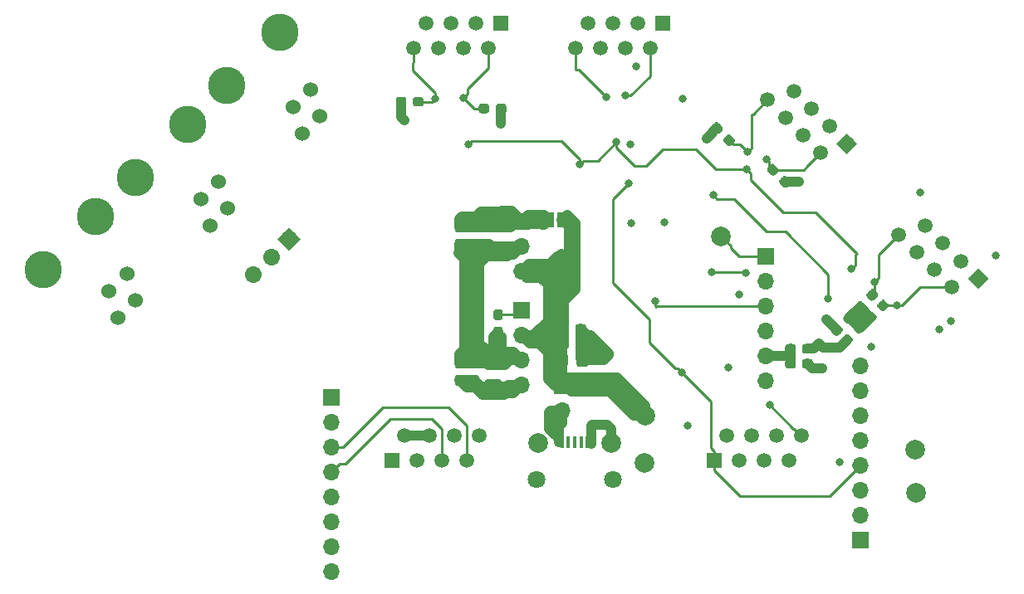
<source format=gbr>
G04 #@! TF.GenerationSoftware,KiCad,Pcbnew,(5.1.4)-1*
G04 #@! TF.CreationDate,2019-10-19T14:09:24-04:00*
G04 #@! TF.ProjectId,I2C Bus Board,49324320-4275-4732-9042-6f6172642e6b,rev?*
G04 #@! TF.SameCoordinates,Original*
G04 #@! TF.FileFunction,Copper,L1,Top*
G04 #@! TF.FilePolarity,Positive*
%FSLAX46Y46*%
G04 Gerber Fmt 4.6, Leading zero omitted, Abs format (unit mm)*
G04 Created by KiCad (PCBNEW (5.1.4)-1) date 2019-10-19 14:09:24*
%MOMM*%
%LPD*%
G04 APERTURE LIST*
%ADD10C,1.500000*%
%ADD11C,0.100000*%
%ADD12R,1.500000X1.500000*%
%ADD13C,0.950000*%
%ADD14C,1.150000*%
%ADD15C,1.425000*%
%ADD16C,2.000000*%
%ADD17R,1.700000X1.700000*%
%ADD18O,1.700000X1.700000*%
%ADD19R,0.450000X1.300000*%
%ADD20C,1.800000*%
%ADD21C,1.524000*%
%ADD22C,3.800000*%
%ADD23C,1.700000*%
%ADD24C,1.700000*%
%ADD25C,0.500000*%
%ADD26C,0.800000*%
%ADD27C,1.000000*%
%ADD28C,0.250000*%
G04 APERTURE END LIST*
D10*
X218483125Y-50741920D03*
X221177202Y-49843894D03*
X220279177Y-52537971D03*
X222973254Y-51639946D03*
X222075228Y-54334022D03*
X224769305Y-53435997D03*
X223871279Y-56130074D03*
X226565356Y-55232048D03*
D11*
G36*
X227626016Y-55232048D02*
G01*
X226565356Y-56292708D01*
X225504696Y-55232048D01*
X226565356Y-54171388D01*
X227626016Y-55232048D01*
X227626016Y-55232048D01*
G37*
D10*
X239945938Y-68971840D03*
D11*
G36*
X241006598Y-68971840D02*
G01*
X239945938Y-70032500D01*
X238885278Y-68971840D01*
X239945938Y-67911180D01*
X241006598Y-68971840D01*
X241006598Y-68971840D01*
G37*
D10*
X237251861Y-69869866D03*
X238149887Y-67175789D03*
X235455810Y-68073814D03*
X236353836Y-65379738D03*
X233659759Y-66277763D03*
X234557784Y-63583686D03*
X231863707Y-64481712D03*
D12*
X180149500Y-87566500D03*
D10*
X181419500Y-85026500D03*
X182689500Y-87566500D03*
X183959500Y-85026500D03*
X185229500Y-87566500D03*
X186499500Y-85026500D03*
X187769500Y-87566500D03*
X189039500Y-85026500D03*
X221932500Y-85026500D03*
X220662500Y-87566500D03*
X219392500Y-85026500D03*
X218122500Y-87566500D03*
X216852500Y-85026500D03*
X215582500Y-87566500D03*
X214312500Y-85026500D03*
D12*
X213042500Y-87566500D03*
D11*
G36*
X199750279Y-73630644D02*
G01*
X199773334Y-73634063D01*
X199795943Y-73639727D01*
X199817887Y-73647579D01*
X199838957Y-73657544D01*
X199858948Y-73669526D01*
X199877668Y-73683410D01*
X199894938Y-73699062D01*
X199910590Y-73716332D01*
X199924474Y-73735052D01*
X199936456Y-73755043D01*
X199946421Y-73776113D01*
X199954273Y-73798057D01*
X199959937Y-73820666D01*
X199963356Y-73843721D01*
X199964500Y-73867000D01*
X199964500Y-74342000D01*
X199963356Y-74365279D01*
X199959937Y-74388334D01*
X199954273Y-74410943D01*
X199946421Y-74432887D01*
X199936456Y-74453957D01*
X199924474Y-74473948D01*
X199910590Y-74492668D01*
X199894938Y-74509938D01*
X199877668Y-74525590D01*
X199858948Y-74539474D01*
X199838957Y-74551456D01*
X199817887Y-74561421D01*
X199795943Y-74569273D01*
X199773334Y-74574937D01*
X199750279Y-74578356D01*
X199727000Y-74579500D01*
X199152000Y-74579500D01*
X199128721Y-74578356D01*
X199105666Y-74574937D01*
X199083057Y-74569273D01*
X199061113Y-74561421D01*
X199040043Y-74551456D01*
X199020052Y-74539474D01*
X199001332Y-74525590D01*
X198984062Y-74509938D01*
X198968410Y-74492668D01*
X198954526Y-74473948D01*
X198942544Y-74453957D01*
X198932579Y-74432887D01*
X198924727Y-74410943D01*
X198919063Y-74388334D01*
X198915644Y-74365279D01*
X198914500Y-74342000D01*
X198914500Y-73867000D01*
X198915644Y-73843721D01*
X198919063Y-73820666D01*
X198924727Y-73798057D01*
X198932579Y-73776113D01*
X198942544Y-73755043D01*
X198954526Y-73735052D01*
X198968410Y-73716332D01*
X198984062Y-73699062D01*
X199001332Y-73683410D01*
X199020052Y-73669526D01*
X199040043Y-73657544D01*
X199061113Y-73647579D01*
X199083057Y-73639727D01*
X199105666Y-73634063D01*
X199128721Y-73630644D01*
X199152000Y-73629500D01*
X199727000Y-73629500D01*
X199750279Y-73630644D01*
X199750279Y-73630644D01*
G37*
D13*
X199439500Y-74104500D03*
D11*
G36*
X198000279Y-73630644D02*
G01*
X198023334Y-73634063D01*
X198045943Y-73639727D01*
X198067887Y-73647579D01*
X198088957Y-73657544D01*
X198108948Y-73669526D01*
X198127668Y-73683410D01*
X198144938Y-73699062D01*
X198160590Y-73716332D01*
X198174474Y-73735052D01*
X198186456Y-73755043D01*
X198196421Y-73776113D01*
X198204273Y-73798057D01*
X198209937Y-73820666D01*
X198213356Y-73843721D01*
X198214500Y-73867000D01*
X198214500Y-74342000D01*
X198213356Y-74365279D01*
X198209937Y-74388334D01*
X198204273Y-74410943D01*
X198196421Y-74432887D01*
X198186456Y-74453957D01*
X198174474Y-74473948D01*
X198160590Y-74492668D01*
X198144938Y-74509938D01*
X198127668Y-74525590D01*
X198108948Y-74539474D01*
X198088957Y-74551456D01*
X198067887Y-74561421D01*
X198045943Y-74569273D01*
X198023334Y-74574937D01*
X198000279Y-74578356D01*
X197977000Y-74579500D01*
X197402000Y-74579500D01*
X197378721Y-74578356D01*
X197355666Y-74574937D01*
X197333057Y-74569273D01*
X197311113Y-74561421D01*
X197290043Y-74551456D01*
X197270052Y-74539474D01*
X197251332Y-74525590D01*
X197234062Y-74509938D01*
X197218410Y-74492668D01*
X197204526Y-74473948D01*
X197192544Y-74453957D01*
X197182579Y-74432887D01*
X197174727Y-74410943D01*
X197169063Y-74388334D01*
X197165644Y-74365279D01*
X197164500Y-74342000D01*
X197164500Y-73867000D01*
X197165644Y-73843721D01*
X197169063Y-73820666D01*
X197174727Y-73798057D01*
X197182579Y-73776113D01*
X197192544Y-73755043D01*
X197204526Y-73735052D01*
X197218410Y-73716332D01*
X197234062Y-73699062D01*
X197251332Y-73683410D01*
X197270052Y-73669526D01*
X197290043Y-73657544D01*
X197311113Y-73647579D01*
X197333057Y-73639727D01*
X197355666Y-73634063D01*
X197378721Y-73630644D01*
X197402000Y-73629500D01*
X197977000Y-73629500D01*
X198000279Y-73630644D01*
X198000279Y-73630644D01*
G37*
D13*
X197689500Y-74104500D03*
D11*
G36*
X198000279Y-75154644D02*
G01*
X198023334Y-75158063D01*
X198045943Y-75163727D01*
X198067887Y-75171579D01*
X198088957Y-75181544D01*
X198108948Y-75193526D01*
X198127668Y-75207410D01*
X198144938Y-75223062D01*
X198160590Y-75240332D01*
X198174474Y-75259052D01*
X198186456Y-75279043D01*
X198196421Y-75300113D01*
X198204273Y-75322057D01*
X198209937Y-75344666D01*
X198213356Y-75367721D01*
X198214500Y-75391000D01*
X198214500Y-75866000D01*
X198213356Y-75889279D01*
X198209937Y-75912334D01*
X198204273Y-75934943D01*
X198196421Y-75956887D01*
X198186456Y-75977957D01*
X198174474Y-75997948D01*
X198160590Y-76016668D01*
X198144938Y-76033938D01*
X198127668Y-76049590D01*
X198108948Y-76063474D01*
X198088957Y-76075456D01*
X198067887Y-76085421D01*
X198045943Y-76093273D01*
X198023334Y-76098937D01*
X198000279Y-76102356D01*
X197977000Y-76103500D01*
X197402000Y-76103500D01*
X197378721Y-76102356D01*
X197355666Y-76098937D01*
X197333057Y-76093273D01*
X197311113Y-76085421D01*
X197290043Y-76075456D01*
X197270052Y-76063474D01*
X197251332Y-76049590D01*
X197234062Y-76033938D01*
X197218410Y-76016668D01*
X197204526Y-75997948D01*
X197192544Y-75977957D01*
X197182579Y-75956887D01*
X197174727Y-75934943D01*
X197169063Y-75912334D01*
X197165644Y-75889279D01*
X197164500Y-75866000D01*
X197164500Y-75391000D01*
X197165644Y-75367721D01*
X197169063Y-75344666D01*
X197174727Y-75322057D01*
X197182579Y-75300113D01*
X197192544Y-75279043D01*
X197204526Y-75259052D01*
X197218410Y-75240332D01*
X197234062Y-75223062D01*
X197251332Y-75207410D01*
X197270052Y-75193526D01*
X197290043Y-75181544D01*
X197311113Y-75171579D01*
X197333057Y-75163727D01*
X197355666Y-75158063D01*
X197378721Y-75154644D01*
X197402000Y-75153500D01*
X197977000Y-75153500D01*
X198000279Y-75154644D01*
X198000279Y-75154644D01*
G37*
D13*
X197689500Y-75628500D03*
D11*
G36*
X199750279Y-75154644D02*
G01*
X199773334Y-75158063D01*
X199795943Y-75163727D01*
X199817887Y-75171579D01*
X199838957Y-75181544D01*
X199858948Y-75193526D01*
X199877668Y-75207410D01*
X199894938Y-75223062D01*
X199910590Y-75240332D01*
X199924474Y-75259052D01*
X199936456Y-75279043D01*
X199946421Y-75300113D01*
X199954273Y-75322057D01*
X199959937Y-75344666D01*
X199963356Y-75367721D01*
X199964500Y-75391000D01*
X199964500Y-75866000D01*
X199963356Y-75889279D01*
X199959937Y-75912334D01*
X199954273Y-75934943D01*
X199946421Y-75956887D01*
X199936456Y-75977957D01*
X199924474Y-75997948D01*
X199910590Y-76016668D01*
X199894938Y-76033938D01*
X199877668Y-76049590D01*
X199858948Y-76063474D01*
X199838957Y-76075456D01*
X199817887Y-76085421D01*
X199795943Y-76093273D01*
X199773334Y-76098937D01*
X199750279Y-76102356D01*
X199727000Y-76103500D01*
X199152000Y-76103500D01*
X199128721Y-76102356D01*
X199105666Y-76098937D01*
X199083057Y-76093273D01*
X199061113Y-76085421D01*
X199040043Y-76075456D01*
X199020052Y-76063474D01*
X199001332Y-76049590D01*
X198984062Y-76033938D01*
X198968410Y-76016668D01*
X198954526Y-75997948D01*
X198942544Y-75977957D01*
X198932579Y-75956887D01*
X198924727Y-75934943D01*
X198919063Y-75912334D01*
X198915644Y-75889279D01*
X198914500Y-75866000D01*
X198914500Y-75391000D01*
X198915644Y-75367721D01*
X198919063Y-75344666D01*
X198924727Y-75322057D01*
X198932579Y-75300113D01*
X198942544Y-75279043D01*
X198954526Y-75259052D01*
X198968410Y-75240332D01*
X198984062Y-75223062D01*
X199001332Y-75207410D01*
X199020052Y-75193526D01*
X199040043Y-75181544D01*
X199061113Y-75171579D01*
X199083057Y-75163727D01*
X199105666Y-75158063D01*
X199128721Y-75154644D01*
X199152000Y-75153500D01*
X199727000Y-75153500D01*
X199750279Y-75154644D01*
X199750279Y-75154644D01*
G37*
D13*
X199439500Y-75628500D03*
D11*
G36*
X197889005Y-76580704D02*
G01*
X197913273Y-76584304D01*
X197937072Y-76590265D01*
X197960171Y-76598530D01*
X197982350Y-76609020D01*
X198003393Y-76621632D01*
X198023099Y-76636247D01*
X198041277Y-76652723D01*
X198057753Y-76670901D01*
X198072368Y-76690607D01*
X198084980Y-76711650D01*
X198095470Y-76733829D01*
X198103735Y-76756928D01*
X198109696Y-76780727D01*
X198113296Y-76804995D01*
X198114500Y-76829499D01*
X198114500Y-77729501D01*
X198113296Y-77754005D01*
X198109696Y-77778273D01*
X198103735Y-77802072D01*
X198095470Y-77825171D01*
X198084980Y-77847350D01*
X198072368Y-77868393D01*
X198057753Y-77888099D01*
X198041277Y-77906277D01*
X198023099Y-77922753D01*
X198003393Y-77937368D01*
X197982350Y-77949980D01*
X197960171Y-77960470D01*
X197937072Y-77968735D01*
X197913273Y-77974696D01*
X197889005Y-77978296D01*
X197864501Y-77979500D01*
X197214499Y-77979500D01*
X197189995Y-77978296D01*
X197165727Y-77974696D01*
X197141928Y-77968735D01*
X197118829Y-77960470D01*
X197096650Y-77949980D01*
X197075607Y-77937368D01*
X197055901Y-77922753D01*
X197037723Y-77906277D01*
X197021247Y-77888099D01*
X197006632Y-77868393D01*
X196994020Y-77847350D01*
X196983530Y-77825171D01*
X196975265Y-77802072D01*
X196969304Y-77778273D01*
X196965704Y-77754005D01*
X196964500Y-77729501D01*
X196964500Y-76829499D01*
X196965704Y-76804995D01*
X196969304Y-76780727D01*
X196975265Y-76756928D01*
X196983530Y-76733829D01*
X196994020Y-76711650D01*
X197006632Y-76690607D01*
X197021247Y-76670901D01*
X197037723Y-76652723D01*
X197055901Y-76636247D01*
X197075607Y-76621632D01*
X197096650Y-76609020D01*
X197118829Y-76598530D01*
X197141928Y-76590265D01*
X197165727Y-76584304D01*
X197189995Y-76580704D01*
X197214499Y-76579500D01*
X197864501Y-76579500D01*
X197889005Y-76580704D01*
X197889005Y-76580704D01*
G37*
D14*
X197539500Y-77279500D03*
D11*
G36*
X199939005Y-76580704D02*
G01*
X199963273Y-76584304D01*
X199987072Y-76590265D01*
X200010171Y-76598530D01*
X200032350Y-76609020D01*
X200053393Y-76621632D01*
X200073099Y-76636247D01*
X200091277Y-76652723D01*
X200107753Y-76670901D01*
X200122368Y-76690607D01*
X200134980Y-76711650D01*
X200145470Y-76733829D01*
X200153735Y-76756928D01*
X200159696Y-76780727D01*
X200163296Y-76804995D01*
X200164500Y-76829499D01*
X200164500Y-77729501D01*
X200163296Y-77754005D01*
X200159696Y-77778273D01*
X200153735Y-77802072D01*
X200145470Y-77825171D01*
X200134980Y-77847350D01*
X200122368Y-77868393D01*
X200107753Y-77888099D01*
X200091277Y-77906277D01*
X200073099Y-77922753D01*
X200053393Y-77937368D01*
X200032350Y-77949980D01*
X200010171Y-77960470D01*
X199987072Y-77968735D01*
X199963273Y-77974696D01*
X199939005Y-77978296D01*
X199914501Y-77979500D01*
X199264499Y-77979500D01*
X199239995Y-77978296D01*
X199215727Y-77974696D01*
X199191928Y-77968735D01*
X199168829Y-77960470D01*
X199146650Y-77949980D01*
X199125607Y-77937368D01*
X199105901Y-77922753D01*
X199087723Y-77906277D01*
X199071247Y-77888099D01*
X199056632Y-77868393D01*
X199044020Y-77847350D01*
X199033530Y-77825171D01*
X199025265Y-77802072D01*
X199019304Y-77778273D01*
X199015704Y-77754005D01*
X199014500Y-77729501D01*
X199014500Y-76829499D01*
X199015704Y-76804995D01*
X199019304Y-76780727D01*
X199025265Y-76756928D01*
X199033530Y-76733829D01*
X199044020Y-76711650D01*
X199056632Y-76690607D01*
X199071247Y-76670901D01*
X199087723Y-76652723D01*
X199105901Y-76636247D01*
X199125607Y-76621632D01*
X199146650Y-76609020D01*
X199168829Y-76598530D01*
X199191928Y-76590265D01*
X199215727Y-76584304D01*
X199239995Y-76580704D01*
X199264499Y-76579500D01*
X199914501Y-76579500D01*
X199939005Y-76580704D01*
X199939005Y-76580704D01*
G37*
D14*
X199589500Y-77279500D03*
D11*
G36*
X188855779Y-64930644D02*
G01*
X188878834Y-64934063D01*
X188901443Y-64939727D01*
X188923387Y-64947579D01*
X188944457Y-64957544D01*
X188964448Y-64969526D01*
X188983168Y-64983410D01*
X189000438Y-64999062D01*
X189016090Y-65016332D01*
X189029974Y-65035052D01*
X189041956Y-65055043D01*
X189051921Y-65076113D01*
X189059773Y-65098057D01*
X189065437Y-65120666D01*
X189068856Y-65143721D01*
X189070000Y-65167000D01*
X189070000Y-65742000D01*
X189068856Y-65765279D01*
X189065437Y-65788334D01*
X189059773Y-65810943D01*
X189051921Y-65832887D01*
X189041956Y-65853957D01*
X189029974Y-65873948D01*
X189016090Y-65892668D01*
X189000438Y-65909938D01*
X188983168Y-65925590D01*
X188964448Y-65939474D01*
X188944457Y-65951456D01*
X188923387Y-65961421D01*
X188901443Y-65969273D01*
X188878834Y-65974937D01*
X188855779Y-65978356D01*
X188832500Y-65979500D01*
X188357500Y-65979500D01*
X188334221Y-65978356D01*
X188311166Y-65974937D01*
X188288557Y-65969273D01*
X188266613Y-65961421D01*
X188245543Y-65951456D01*
X188225552Y-65939474D01*
X188206832Y-65925590D01*
X188189562Y-65909938D01*
X188173910Y-65892668D01*
X188160026Y-65873948D01*
X188148044Y-65853957D01*
X188138079Y-65832887D01*
X188130227Y-65810943D01*
X188124563Y-65788334D01*
X188121144Y-65765279D01*
X188120000Y-65742000D01*
X188120000Y-65167000D01*
X188121144Y-65143721D01*
X188124563Y-65120666D01*
X188130227Y-65098057D01*
X188138079Y-65076113D01*
X188148044Y-65055043D01*
X188160026Y-65035052D01*
X188173910Y-65016332D01*
X188189562Y-64999062D01*
X188206832Y-64983410D01*
X188225552Y-64969526D01*
X188245543Y-64957544D01*
X188266613Y-64947579D01*
X188288557Y-64939727D01*
X188311166Y-64934063D01*
X188334221Y-64930644D01*
X188357500Y-64929500D01*
X188832500Y-64929500D01*
X188855779Y-64930644D01*
X188855779Y-64930644D01*
G37*
D13*
X188595000Y-65454500D03*
D11*
G36*
X188855779Y-63180644D02*
G01*
X188878834Y-63184063D01*
X188901443Y-63189727D01*
X188923387Y-63197579D01*
X188944457Y-63207544D01*
X188964448Y-63219526D01*
X188983168Y-63233410D01*
X189000438Y-63249062D01*
X189016090Y-63266332D01*
X189029974Y-63285052D01*
X189041956Y-63305043D01*
X189051921Y-63326113D01*
X189059773Y-63348057D01*
X189065437Y-63370666D01*
X189068856Y-63393721D01*
X189070000Y-63417000D01*
X189070000Y-63992000D01*
X189068856Y-64015279D01*
X189065437Y-64038334D01*
X189059773Y-64060943D01*
X189051921Y-64082887D01*
X189041956Y-64103957D01*
X189029974Y-64123948D01*
X189016090Y-64142668D01*
X189000438Y-64159938D01*
X188983168Y-64175590D01*
X188964448Y-64189474D01*
X188944457Y-64201456D01*
X188923387Y-64211421D01*
X188901443Y-64219273D01*
X188878834Y-64224937D01*
X188855779Y-64228356D01*
X188832500Y-64229500D01*
X188357500Y-64229500D01*
X188334221Y-64228356D01*
X188311166Y-64224937D01*
X188288557Y-64219273D01*
X188266613Y-64211421D01*
X188245543Y-64201456D01*
X188225552Y-64189474D01*
X188206832Y-64175590D01*
X188189562Y-64159938D01*
X188173910Y-64142668D01*
X188160026Y-64123948D01*
X188148044Y-64103957D01*
X188138079Y-64082887D01*
X188130227Y-64060943D01*
X188124563Y-64038334D01*
X188121144Y-64015279D01*
X188120000Y-63992000D01*
X188120000Y-63417000D01*
X188121144Y-63393721D01*
X188124563Y-63370666D01*
X188130227Y-63348057D01*
X188138079Y-63326113D01*
X188148044Y-63305043D01*
X188160026Y-63285052D01*
X188173910Y-63266332D01*
X188189562Y-63249062D01*
X188206832Y-63233410D01*
X188225552Y-63219526D01*
X188245543Y-63207544D01*
X188266613Y-63197579D01*
X188288557Y-63189727D01*
X188311166Y-63184063D01*
X188334221Y-63180644D01*
X188357500Y-63179500D01*
X188832500Y-63179500D01*
X188855779Y-63180644D01*
X188855779Y-63180644D01*
G37*
D13*
X188595000Y-63704500D03*
D11*
G36*
X187331780Y-64930644D02*
G01*
X187354835Y-64934063D01*
X187377444Y-64939727D01*
X187399388Y-64947579D01*
X187420458Y-64957544D01*
X187440449Y-64969526D01*
X187459169Y-64983410D01*
X187476439Y-64999062D01*
X187492091Y-65016332D01*
X187505975Y-65035052D01*
X187517957Y-65055043D01*
X187527922Y-65076113D01*
X187535774Y-65098057D01*
X187541438Y-65120666D01*
X187544857Y-65143721D01*
X187546001Y-65167000D01*
X187546001Y-65742000D01*
X187544857Y-65765279D01*
X187541438Y-65788334D01*
X187535774Y-65810943D01*
X187527922Y-65832887D01*
X187517957Y-65853957D01*
X187505975Y-65873948D01*
X187492091Y-65892668D01*
X187476439Y-65909938D01*
X187459169Y-65925590D01*
X187440449Y-65939474D01*
X187420458Y-65951456D01*
X187399388Y-65961421D01*
X187377444Y-65969273D01*
X187354835Y-65974937D01*
X187331780Y-65978356D01*
X187308501Y-65979500D01*
X186833501Y-65979500D01*
X186810222Y-65978356D01*
X186787167Y-65974937D01*
X186764558Y-65969273D01*
X186742614Y-65961421D01*
X186721544Y-65951456D01*
X186701553Y-65939474D01*
X186682833Y-65925590D01*
X186665563Y-65909938D01*
X186649911Y-65892668D01*
X186636027Y-65873948D01*
X186624045Y-65853957D01*
X186614080Y-65832887D01*
X186606228Y-65810943D01*
X186600564Y-65788334D01*
X186597145Y-65765279D01*
X186596001Y-65742000D01*
X186596001Y-65167000D01*
X186597145Y-65143721D01*
X186600564Y-65120666D01*
X186606228Y-65098057D01*
X186614080Y-65076113D01*
X186624045Y-65055043D01*
X186636027Y-65035052D01*
X186649911Y-65016332D01*
X186665563Y-64999062D01*
X186682833Y-64983410D01*
X186701553Y-64969526D01*
X186721544Y-64957544D01*
X186742614Y-64947579D01*
X186764558Y-64939727D01*
X186787167Y-64934063D01*
X186810222Y-64930644D01*
X186833501Y-64929500D01*
X187308501Y-64929500D01*
X187331780Y-64930644D01*
X187331780Y-64930644D01*
G37*
D13*
X187071001Y-65454500D03*
D11*
G36*
X187331780Y-63180644D02*
G01*
X187354835Y-63184063D01*
X187377444Y-63189727D01*
X187399388Y-63197579D01*
X187420458Y-63207544D01*
X187440449Y-63219526D01*
X187459169Y-63233410D01*
X187476439Y-63249062D01*
X187492091Y-63266332D01*
X187505975Y-63285052D01*
X187517957Y-63305043D01*
X187527922Y-63326113D01*
X187535774Y-63348057D01*
X187541438Y-63370666D01*
X187544857Y-63393721D01*
X187546001Y-63417000D01*
X187546001Y-63992000D01*
X187544857Y-64015279D01*
X187541438Y-64038334D01*
X187535774Y-64060943D01*
X187527922Y-64082887D01*
X187517957Y-64103957D01*
X187505975Y-64123948D01*
X187492091Y-64142668D01*
X187476439Y-64159938D01*
X187459169Y-64175590D01*
X187440449Y-64189474D01*
X187420458Y-64201456D01*
X187399388Y-64211421D01*
X187377444Y-64219273D01*
X187354835Y-64224937D01*
X187331780Y-64228356D01*
X187308501Y-64229500D01*
X186833501Y-64229500D01*
X186810222Y-64228356D01*
X186787167Y-64224937D01*
X186764558Y-64219273D01*
X186742614Y-64211421D01*
X186721544Y-64201456D01*
X186701553Y-64189474D01*
X186682833Y-64175590D01*
X186665563Y-64159938D01*
X186649911Y-64142668D01*
X186636027Y-64123948D01*
X186624045Y-64103957D01*
X186614080Y-64082887D01*
X186606228Y-64060943D01*
X186600564Y-64038334D01*
X186597145Y-64015279D01*
X186596001Y-63992000D01*
X186596001Y-63417000D01*
X186597145Y-63393721D01*
X186600564Y-63370666D01*
X186606228Y-63348057D01*
X186614080Y-63326113D01*
X186624045Y-63305043D01*
X186636027Y-63285052D01*
X186649911Y-63266332D01*
X186665563Y-63249062D01*
X186682833Y-63233410D01*
X186701553Y-63219526D01*
X186721544Y-63207544D01*
X186742614Y-63197579D01*
X186764558Y-63189727D01*
X186787167Y-63184063D01*
X186810222Y-63180644D01*
X186833501Y-63179500D01*
X187308501Y-63179500D01*
X187331780Y-63180644D01*
X187331780Y-63180644D01*
G37*
D13*
X187071001Y-63704500D03*
D11*
G36*
X188855779Y-78837144D02*
G01*
X188878834Y-78840563D01*
X188901443Y-78846227D01*
X188923387Y-78854079D01*
X188944457Y-78864044D01*
X188964448Y-78876026D01*
X188983168Y-78889910D01*
X189000438Y-78905562D01*
X189016090Y-78922832D01*
X189029974Y-78941552D01*
X189041956Y-78961543D01*
X189051921Y-78982613D01*
X189059773Y-79004557D01*
X189065437Y-79027166D01*
X189068856Y-79050221D01*
X189070000Y-79073500D01*
X189070000Y-79648500D01*
X189068856Y-79671779D01*
X189065437Y-79694834D01*
X189059773Y-79717443D01*
X189051921Y-79739387D01*
X189041956Y-79760457D01*
X189029974Y-79780448D01*
X189016090Y-79799168D01*
X189000438Y-79816438D01*
X188983168Y-79832090D01*
X188964448Y-79845974D01*
X188944457Y-79857956D01*
X188923387Y-79867921D01*
X188901443Y-79875773D01*
X188878834Y-79881437D01*
X188855779Y-79884856D01*
X188832500Y-79886000D01*
X188357500Y-79886000D01*
X188334221Y-79884856D01*
X188311166Y-79881437D01*
X188288557Y-79875773D01*
X188266613Y-79867921D01*
X188245543Y-79857956D01*
X188225552Y-79845974D01*
X188206832Y-79832090D01*
X188189562Y-79816438D01*
X188173910Y-79799168D01*
X188160026Y-79780448D01*
X188148044Y-79760457D01*
X188138079Y-79739387D01*
X188130227Y-79717443D01*
X188124563Y-79694834D01*
X188121144Y-79671779D01*
X188120000Y-79648500D01*
X188120000Y-79073500D01*
X188121144Y-79050221D01*
X188124563Y-79027166D01*
X188130227Y-79004557D01*
X188138079Y-78982613D01*
X188148044Y-78961543D01*
X188160026Y-78941552D01*
X188173910Y-78922832D01*
X188189562Y-78905562D01*
X188206832Y-78889910D01*
X188225552Y-78876026D01*
X188245543Y-78864044D01*
X188266613Y-78854079D01*
X188288557Y-78846227D01*
X188311166Y-78840563D01*
X188334221Y-78837144D01*
X188357500Y-78836000D01*
X188832500Y-78836000D01*
X188855779Y-78837144D01*
X188855779Y-78837144D01*
G37*
D13*
X188595000Y-79361000D03*
D11*
G36*
X188855779Y-77087144D02*
G01*
X188878834Y-77090563D01*
X188901443Y-77096227D01*
X188923387Y-77104079D01*
X188944457Y-77114044D01*
X188964448Y-77126026D01*
X188983168Y-77139910D01*
X189000438Y-77155562D01*
X189016090Y-77172832D01*
X189029974Y-77191552D01*
X189041956Y-77211543D01*
X189051921Y-77232613D01*
X189059773Y-77254557D01*
X189065437Y-77277166D01*
X189068856Y-77300221D01*
X189070000Y-77323500D01*
X189070000Y-77898500D01*
X189068856Y-77921779D01*
X189065437Y-77944834D01*
X189059773Y-77967443D01*
X189051921Y-77989387D01*
X189041956Y-78010457D01*
X189029974Y-78030448D01*
X189016090Y-78049168D01*
X189000438Y-78066438D01*
X188983168Y-78082090D01*
X188964448Y-78095974D01*
X188944457Y-78107956D01*
X188923387Y-78117921D01*
X188901443Y-78125773D01*
X188878834Y-78131437D01*
X188855779Y-78134856D01*
X188832500Y-78136000D01*
X188357500Y-78136000D01*
X188334221Y-78134856D01*
X188311166Y-78131437D01*
X188288557Y-78125773D01*
X188266613Y-78117921D01*
X188245543Y-78107956D01*
X188225552Y-78095974D01*
X188206832Y-78082090D01*
X188189562Y-78066438D01*
X188173910Y-78049168D01*
X188160026Y-78030448D01*
X188148044Y-78010457D01*
X188138079Y-77989387D01*
X188130227Y-77967443D01*
X188124563Y-77944834D01*
X188121144Y-77921779D01*
X188120000Y-77898500D01*
X188120000Y-77323500D01*
X188121144Y-77300221D01*
X188124563Y-77277166D01*
X188130227Y-77254557D01*
X188138079Y-77232613D01*
X188148044Y-77211543D01*
X188160026Y-77191552D01*
X188173910Y-77172832D01*
X188189562Y-77155562D01*
X188206832Y-77139910D01*
X188225552Y-77126026D01*
X188245543Y-77114044D01*
X188266613Y-77104079D01*
X188288557Y-77096227D01*
X188311166Y-77090563D01*
X188334221Y-77087144D01*
X188357500Y-77086000D01*
X188832500Y-77086000D01*
X188855779Y-77087144D01*
X188855779Y-77087144D01*
G37*
D13*
X188595000Y-77611000D03*
D11*
G36*
X187331779Y-77087144D02*
G01*
X187354834Y-77090563D01*
X187377443Y-77096227D01*
X187399387Y-77104079D01*
X187420457Y-77114044D01*
X187440448Y-77126026D01*
X187459168Y-77139910D01*
X187476438Y-77155562D01*
X187492090Y-77172832D01*
X187505974Y-77191552D01*
X187517956Y-77211543D01*
X187527921Y-77232613D01*
X187535773Y-77254557D01*
X187541437Y-77277166D01*
X187544856Y-77300221D01*
X187546000Y-77323500D01*
X187546000Y-77898500D01*
X187544856Y-77921779D01*
X187541437Y-77944834D01*
X187535773Y-77967443D01*
X187527921Y-77989387D01*
X187517956Y-78010457D01*
X187505974Y-78030448D01*
X187492090Y-78049168D01*
X187476438Y-78066438D01*
X187459168Y-78082090D01*
X187440448Y-78095974D01*
X187420457Y-78107956D01*
X187399387Y-78117921D01*
X187377443Y-78125773D01*
X187354834Y-78131437D01*
X187331779Y-78134856D01*
X187308500Y-78136000D01*
X186833500Y-78136000D01*
X186810221Y-78134856D01*
X186787166Y-78131437D01*
X186764557Y-78125773D01*
X186742613Y-78117921D01*
X186721543Y-78107956D01*
X186701552Y-78095974D01*
X186682832Y-78082090D01*
X186665562Y-78066438D01*
X186649910Y-78049168D01*
X186636026Y-78030448D01*
X186624044Y-78010457D01*
X186614079Y-77989387D01*
X186606227Y-77967443D01*
X186600563Y-77944834D01*
X186597144Y-77921779D01*
X186596000Y-77898500D01*
X186596000Y-77323500D01*
X186597144Y-77300221D01*
X186600563Y-77277166D01*
X186606227Y-77254557D01*
X186614079Y-77232613D01*
X186624044Y-77211543D01*
X186636026Y-77191552D01*
X186649910Y-77172832D01*
X186665562Y-77155562D01*
X186682832Y-77139910D01*
X186701552Y-77126026D01*
X186721543Y-77114044D01*
X186742613Y-77104079D01*
X186764557Y-77096227D01*
X186787166Y-77090563D01*
X186810221Y-77087144D01*
X186833500Y-77086000D01*
X187308500Y-77086000D01*
X187331779Y-77087144D01*
X187331779Y-77087144D01*
G37*
D13*
X187071000Y-77611000D03*
D11*
G36*
X187331779Y-78837144D02*
G01*
X187354834Y-78840563D01*
X187377443Y-78846227D01*
X187399387Y-78854079D01*
X187420457Y-78864044D01*
X187440448Y-78876026D01*
X187459168Y-78889910D01*
X187476438Y-78905562D01*
X187492090Y-78922832D01*
X187505974Y-78941552D01*
X187517956Y-78961543D01*
X187527921Y-78982613D01*
X187535773Y-79004557D01*
X187541437Y-79027166D01*
X187544856Y-79050221D01*
X187546000Y-79073500D01*
X187546000Y-79648500D01*
X187544856Y-79671779D01*
X187541437Y-79694834D01*
X187535773Y-79717443D01*
X187527921Y-79739387D01*
X187517956Y-79760457D01*
X187505974Y-79780448D01*
X187492090Y-79799168D01*
X187476438Y-79816438D01*
X187459168Y-79832090D01*
X187440448Y-79845974D01*
X187420457Y-79857956D01*
X187399387Y-79867921D01*
X187377443Y-79875773D01*
X187354834Y-79881437D01*
X187331779Y-79884856D01*
X187308500Y-79886000D01*
X186833500Y-79886000D01*
X186810221Y-79884856D01*
X186787166Y-79881437D01*
X186764557Y-79875773D01*
X186742613Y-79867921D01*
X186721543Y-79857956D01*
X186701552Y-79845974D01*
X186682832Y-79832090D01*
X186665562Y-79816438D01*
X186649910Y-79799168D01*
X186636026Y-79780448D01*
X186624044Y-79760457D01*
X186614079Y-79739387D01*
X186606227Y-79717443D01*
X186600563Y-79694834D01*
X186597144Y-79671779D01*
X186596000Y-79648500D01*
X186596000Y-79073500D01*
X186597144Y-79050221D01*
X186600563Y-79027166D01*
X186606227Y-79004557D01*
X186614079Y-78982613D01*
X186624044Y-78961543D01*
X186636026Y-78941552D01*
X186649910Y-78922832D01*
X186665562Y-78905562D01*
X186682832Y-78889910D01*
X186701552Y-78876026D01*
X186721543Y-78864044D01*
X186742613Y-78854079D01*
X186764557Y-78846227D01*
X186787166Y-78840563D01*
X186810221Y-78837144D01*
X186833500Y-78836000D01*
X187308500Y-78836000D01*
X187331779Y-78837144D01*
X187331779Y-78837144D01*
G37*
D13*
X187071000Y-79361000D03*
D11*
G36*
X191149504Y-62190204D02*
G01*
X191173773Y-62193804D01*
X191197571Y-62199765D01*
X191220671Y-62208030D01*
X191242849Y-62218520D01*
X191263893Y-62231133D01*
X191283598Y-62245747D01*
X191301777Y-62262223D01*
X191318253Y-62280402D01*
X191332867Y-62300107D01*
X191345480Y-62321151D01*
X191355970Y-62343329D01*
X191364235Y-62366429D01*
X191370196Y-62390227D01*
X191373796Y-62414496D01*
X191375000Y-62439000D01*
X191375000Y-63364000D01*
X191373796Y-63388504D01*
X191370196Y-63412773D01*
X191364235Y-63436571D01*
X191355970Y-63459671D01*
X191345480Y-63481849D01*
X191332867Y-63502893D01*
X191318253Y-63522598D01*
X191301777Y-63540777D01*
X191283598Y-63557253D01*
X191263893Y-63571867D01*
X191242849Y-63584480D01*
X191220671Y-63594970D01*
X191197571Y-63603235D01*
X191173773Y-63609196D01*
X191149504Y-63612796D01*
X191125000Y-63614000D01*
X189875000Y-63614000D01*
X189850496Y-63612796D01*
X189826227Y-63609196D01*
X189802429Y-63603235D01*
X189779329Y-63594970D01*
X189757151Y-63584480D01*
X189736107Y-63571867D01*
X189716402Y-63557253D01*
X189698223Y-63540777D01*
X189681747Y-63522598D01*
X189667133Y-63502893D01*
X189654520Y-63481849D01*
X189644030Y-63459671D01*
X189635765Y-63436571D01*
X189629804Y-63412773D01*
X189626204Y-63388504D01*
X189625000Y-63364000D01*
X189625000Y-62439000D01*
X189626204Y-62414496D01*
X189629804Y-62390227D01*
X189635765Y-62366429D01*
X189644030Y-62343329D01*
X189654520Y-62321151D01*
X189667133Y-62300107D01*
X189681747Y-62280402D01*
X189698223Y-62262223D01*
X189716402Y-62245747D01*
X189736107Y-62231133D01*
X189757151Y-62218520D01*
X189779329Y-62208030D01*
X189802429Y-62199765D01*
X189826227Y-62193804D01*
X189850496Y-62190204D01*
X189875000Y-62189000D01*
X191125000Y-62189000D01*
X191149504Y-62190204D01*
X191149504Y-62190204D01*
G37*
D15*
X190500000Y-62901500D03*
D11*
G36*
X191149504Y-65165204D02*
G01*
X191173773Y-65168804D01*
X191197571Y-65174765D01*
X191220671Y-65183030D01*
X191242849Y-65193520D01*
X191263893Y-65206133D01*
X191283598Y-65220747D01*
X191301777Y-65237223D01*
X191318253Y-65255402D01*
X191332867Y-65275107D01*
X191345480Y-65296151D01*
X191355970Y-65318329D01*
X191364235Y-65341429D01*
X191370196Y-65365227D01*
X191373796Y-65389496D01*
X191375000Y-65414000D01*
X191375000Y-66339000D01*
X191373796Y-66363504D01*
X191370196Y-66387773D01*
X191364235Y-66411571D01*
X191355970Y-66434671D01*
X191345480Y-66456849D01*
X191332867Y-66477893D01*
X191318253Y-66497598D01*
X191301777Y-66515777D01*
X191283598Y-66532253D01*
X191263893Y-66546867D01*
X191242849Y-66559480D01*
X191220671Y-66569970D01*
X191197571Y-66578235D01*
X191173773Y-66584196D01*
X191149504Y-66587796D01*
X191125000Y-66589000D01*
X189875000Y-66589000D01*
X189850496Y-66587796D01*
X189826227Y-66584196D01*
X189802429Y-66578235D01*
X189779329Y-66569970D01*
X189757151Y-66559480D01*
X189736107Y-66546867D01*
X189716402Y-66532253D01*
X189698223Y-66515777D01*
X189681747Y-66497598D01*
X189667133Y-66477893D01*
X189654520Y-66456849D01*
X189644030Y-66434671D01*
X189635765Y-66411571D01*
X189629804Y-66387773D01*
X189626204Y-66363504D01*
X189625000Y-66339000D01*
X189625000Y-65414000D01*
X189626204Y-65389496D01*
X189629804Y-65365227D01*
X189635765Y-65341429D01*
X189644030Y-65318329D01*
X189654520Y-65296151D01*
X189667133Y-65275107D01*
X189681747Y-65255402D01*
X189698223Y-65237223D01*
X189716402Y-65220747D01*
X189736107Y-65206133D01*
X189757151Y-65193520D01*
X189779329Y-65183030D01*
X189802429Y-65174765D01*
X189826227Y-65168804D01*
X189850496Y-65165204D01*
X189875000Y-65164000D01*
X191125000Y-65164000D01*
X191149504Y-65165204D01*
X191149504Y-65165204D01*
G37*
D15*
X190500000Y-65876500D03*
D11*
G36*
X191149504Y-76287204D02*
G01*
X191173773Y-76290804D01*
X191197571Y-76296765D01*
X191220671Y-76305030D01*
X191242849Y-76315520D01*
X191263893Y-76328133D01*
X191283598Y-76342747D01*
X191301777Y-76359223D01*
X191318253Y-76377402D01*
X191332867Y-76397107D01*
X191345480Y-76418151D01*
X191355970Y-76440329D01*
X191364235Y-76463429D01*
X191370196Y-76487227D01*
X191373796Y-76511496D01*
X191375000Y-76536000D01*
X191375000Y-77461000D01*
X191373796Y-77485504D01*
X191370196Y-77509773D01*
X191364235Y-77533571D01*
X191355970Y-77556671D01*
X191345480Y-77578849D01*
X191332867Y-77599893D01*
X191318253Y-77619598D01*
X191301777Y-77637777D01*
X191283598Y-77654253D01*
X191263893Y-77668867D01*
X191242849Y-77681480D01*
X191220671Y-77691970D01*
X191197571Y-77700235D01*
X191173773Y-77706196D01*
X191149504Y-77709796D01*
X191125000Y-77711000D01*
X189875000Y-77711000D01*
X189850496Y-77709796D01*
X189826227Y-77706196D01*
X189802429Y-77700235D01*
X189779329Y-77691970D01*
X189757151Y-77681480D01*
X189736107Y-77668867D01*
X189716402Y-77654253D01*
X189698223Y-77637777D01*
X189681747Y-77619598D01*
X189667133Y-77599893D01*
X189654520Y-77578849D01*
X189644030Y-77556671D01*
X189635765Y-77533571D01*
X189629804Y-77509773D01*
X189626204Y-77485504D01*
X189625000Y-77461000D01*
X189625000Y-76536000D01*
X189626204Y-76511496D01*
X189629804Y-76487227D01*
X189635765Y-76463429D01*
X189644030Y-76440329D01*
X189654520Y-76418151D01*
X189667133Y-76397107D01*
X189681747Y-76377402D01*
X189698223Y-76359223D01*
X189716402Y-76342747D01*
X189736107Y-76328133D01*
X189757151Y-76315520D01*
X189779329Y-76305030D01*
X189802429Y-76296765D01*
X189826227Y-76290804D01*
X189850496Y-76287204D01*
X189875000Y-76286000D01*
X191125000Y-76286000D01*
X191149504Y-76287204D01*
X191149504Y-76287204D01*
G37*
D15*
X190500000Y-76998500D03*
D11*
G36*
X191149504Y-79262204D02*
G01*
X191173773Y-79265804D01*
X191197571Y-79271765D01*
X191220671Y-79280030D01*
X191242849Y-79290520D01*
X191263893Y-79303133D01*
X191283598Y-79317747D01*
X191301777Y-79334223D01*
X191318253Y-79352402D01*
X191332867Y-79372107D01*
X191345480Y-79393151D01*
X191355970Y-79415329D01*
X191364235Y-79438429D01*
X191370196Y-79462227D01*
X191373796Y-79486496D01*
X191375000Y-79511000D01*
X191375000Y-80436000D01*
X191373796Y-80460504D01*
X191370196Y-80484773D01*
X191364235Y-80508571D01*
X191355970Y-80531671D01*
X191345480Y-80553849D01*
X191332867Y-80574893D01*
X191318253Y-80594598D01*
X191301777Y-80612777D01*
X191283598Y-80629253D01*
X191263893Y-80643867D01*
X191242849Y-80656480D01*
X191220671Y-80666970D01*
X191197571Y-80675235D01*
X191173773Y-80681196D01*
X191149504Y-80684796D01*
X191125000Y-80686000D01*
X189875000Y-80686000D01*
X189850496Y-80684796D01*
X189826227Y-80681196D01*
X189802429Y-80675235D01*
X189779329Y-80666970D01*
X189757151Y-80656480D01*
X189736107Y-80643867D01*
X189716402Y-80629253D01*
X189698223Y-80612777D01*
X189681747Y-80594598D01*
X189667133Y-80574893D01*
X189654520Y-80553849D01*
X189644030Y-80531671D01*
X189635765Y-80508571D01*
X189629804Y-80484773D01*
X189626204Y-80460504D01*
X189625000Y-80436000D01*
X189625000Y-79511000D01*
X189626204Y-79486496D01*
X189629804Y-79462227D01*
X189635765Y-79438429D01*
X189644030Y-79415329D01*
X189654520Y-79393151D01*
X189667133Y-79372107D01*
X189681747Y-79352402D01*
X189698223Y-79334223D01*
X189716402Y-79317747D01*
X189736107Y-79303133D01*
X189757151Y-79290520D01*
X189779329Y-79280030D01*
X189802429Y-79271765D01*
X189826227Y-79265804D01*
X189850496Y-79262204D01*
X189875000Y-79261000D01*
X191125000Y-79261000D01*
X191149504Y-79262204D01*
X191149504Y-79262204D01*
G37*
D15*
X190500000Y-79973500D03*
D16*
X205930500Y-87820500D03*
D10*
X198882000Y-45466000D03*
X200152000Y-42926000D03*
X201422000Y-45466000D03*
X202692000Y-42926000D03*
X203962000Y-45466000D03*
X205232000Y-42926000D03*
X206502000Y-45466000D03*
D12*
X207772000Y-42926000D03*
D17*
X227901500Y-95694500D03*
D18*
X227901500Y-93154500D03*
X227901500Y-90614500D03*
X227901500Y-88074500D03*
X227901500Y-85534500D03*
X227901500Y-82994500D03*
X227901500Y-80454500D03*
X227901500Y-77914500D03*
D12*
X191262000Y-42926000D03*
D10*
X189992000Y-45466000D03*
X188722000Y-42926000D03*
X187452000Y-45466000D03*
X186182000Y-42926000D03*
X184912000Y-45466000D03*
X183642000Y-42926000D03*
X182372000Y-45466000D03*
D18*
X193421000Y-68199000D03*
X193421000Y-65659000D03*
D17*
X193421000Y-63119000D03*
X193421000Y-72199500D03*
D18*
X193421000Y-74739500D03*
X193421000Y-77279500D03*
X193421000Y-79819500D03*
D19*
X197518500Y-85666500D03*
X198168500Y-85666500D03*
X198818500Y-85666500D03*
X199468500Y-85666500D03*
X200118500Y-85666500D03*
D16*
X195093500Y-85716500D03*
X202543500Y-85716500D03*
D20*
X194943500Y-89516500D03*
X202693500Y-89516500D03*
D18*
X173990000Y-98869500D03*
X173990000Y-96329500D03*
X173990000Y-93789500D03*
X173990000Y-91249500D03*
X173990000Y-88709500D03*
X173990000Y-86169500D03*
X173990000Y-83629500D03*
D17*
X173990000Y-81089500D03*
D21*
X171904817Y-49699017D03*
X172802843Y-52393093D03*
X171006792Y-54189145D03*
X170108766Y-51495068D03*
D22*
X163373574Y-49250004D03*
X168761728Y-43861850D03*
X159386552Y-53237026D03*
X153998398Y-58625180D03*
D21*
X160733590Y-60870244D03*
X161631616Y-63564321D03*
X163427667Y-61768269D03*
X162529641Y-59074193D03*
X153144214Y-68475885D03*
X154042240Y-71169961D03*
X152246189Y-72966013D03*
X151348163Y-70271936D03*
D22*
X144612971Y-68026872D03*
X150001125Y-62638718D03*
D23*
X169672000Y-64960500D03*
D11*
G36*
X168469918Y-64960500D02*
G01*
X169672000Y-63758418D01*
X170874082Y-64960500D01*
X169672000Y-66162582D01*
X168469918Y-64960500D01*
X168469918Y-64960500D01*
G37*
D23*
X167875949Y-66756551D03*
D24*
X167875949Y-66756551D02*
X167875949Y-66756551D01*
D23*
X166079898Y-68552602D03*
D24*
X166079898Y-68552602D02*
X166079898Y-68552602D01*
D17*
X218249500Y-66738500D03*
D18*
X218249500Y-69278500D03*
X218249500Y-71818500D03*
X218249500Y-74358500D03*
X218249500Y-76898500D03*
X218249500Y-79438500D03*
D17*
X197548500Y-79946500D03*
D18*
X197548500Y-82486500D03*
D11*
G36*
X191268779Y-72134144D02*
G01*
X191291834Y-72137563D01*
X191314443Y-72143227D01*
X191336387Y-72151079D01*
X191357457Y-72161044D01*
X191377448Y-72173026D01*
X191396168Y-72186910D01*
X191413438Y-72202562D01*
X191429090Y-72219832D01*
X191442974Y-72238552D01*
X191454956Y-72258543D01*
X191464921Y-72279613D01*
X191472773Y-72301557D01*
X191478437Y-72324166D01*
X191481856Y-72347221D01*
X191483000Y-72370500D01*
X191483000Y-72945500D01*
X191481856Y-72968779D01*
X191478437Y-72991834D01*
X191472773Y-73014443D01*
X191464921Y-73036387D01*
X191454956Y-73057457D01*
X191442974Y-73077448D01*
X191429090Y-73096168D01*
X191413438Y-73113438D01*
X191396168Y-73129090D01*
X191377448Y-73142974D01*
X191357457Y-73154956D01*
X191336387Y-73164921D01*
X191314443Y-73172773D01*
X191291834Y-73178437D01*
X191268779Y-73181856D01*
X191245500Y-73183000D01*
X190770500Y-73183000D01*
X190747221Y-73181856D01*
X190724166Y-73178437D01*
X190701557Y-73172773D01*
X190679613Y-73164921D01*
X190658543Y-73154956D01*
X190638552Y-73142974D01*
X190619832Y-73129090D01*
X190602562Y-73113438D01*
X190586910Y-73096168D01*
X190573026Y-73077448D01*
X190561044Y-73057457D01*
X190551079Y-73036387D01*
X190543227Y-73014443D01*
X190537563Y-72991834D01*
X190534144Y-72968779D01*
X190533000Y-72945500D01*
X190533000Y-72370500D01*
X190534144Y-72347221D01*
X190537563Y-72324166D01*
X190543227Y-72301557D01*
X190551079Y-72279613D01*
X190561044Y-72258543D01*
X190573026Y-72238552D01*
X190586910Y-72219832D01*
X190602562Y-72202562D01*
X190619832Y-72186910D01*
X190638552Y-72173026D01*
X190658543Y-72161044D01*
X190679613Y-72151079D01*
X190701557Y-72143227D01*
X190724166Y-72137563D01*
X190747221Y-72134144D01*
X190770500Y-72133000D01*
X191245500Y-72133000D01*
X191268779Y-72134144D01*
X191268779Y-72134144D01*
G37*
D13*
X191008000Y-72658000D03*
D11*
G36*
X191268779Y-73884144D02*
G01*
X191291834Y-73887563D01*
X191314443Y-73893227D01*
X191336387Y-73901079D01*
X191357457Y-73911044D01*
X191377448Y-73923026D01*
X191396168Y-73936910D01*
X191413438Y-73952562D01*
X191429090Y-73969832D01*
X191442974Y-73988552D01*
X191454956Y-74008543D01*
X191464921Y-74029613D01*
X191472773Y-74051557D01*
X191478437Y-74074166D01*
X191481856Y-74097221D01*
X191483000Y-74120500D01*
X191483000Y-74695500D01*
X191481856Y-74718779D01*
X191478437Y-74741834D01*
X191472773Y-74764443D01*
X191464921Y-74786387D01*
X191454956Y-74807457D01*
X191442974Y-74827448D01*
X191429090Y-74846168D01*
X191413438Y-74863438D01*
X191396168Y-74879090D01*
X191377448Y-74892974D01*
X191357457Y-74904956D01*
X191336387Y-74914921D01*
X191314443Y-74922773D01*
X191291834Y-74928437D01*
X191268779Y-74931856D01*
X191245500Y-74933000D01*
X190770500Y-74933000D01*
X190747221Y-74931856D01*
X190724166Y-74928437D01*
X190701557Y-74922773D01*
X190679613Y-74914921D01*
X190658543Y-74904956D01*
X190638552Y-74892974D01*
X190619832Y-74879090D01*
X190602562Y-74863438D01*
X190586910Y-74846168D01*
X190573026Y-74827448D01*
X190561044Y-74807457D01*
X190551079Y-74786387D01*
X190543227Y-74764443D01*
X190537563Y-74741834D01*
X190534144Y-74718779D01*
X190533000Y-74695500D01*
X190533000Y-74120500D01*
X190534144Y-74097221D01*
X190537563Y-74074166D01*
X190543227Y-74051557D01*
X190551079Y-74029613D01*
X190561044Y-74008543D01*
X190573026Y-73988552D01*
X190586910Y-73969832D01*
X190602562Y-73952562D01*
X190619832Y-73936910D01*
X190638552Y-73923026D01*
X190658543Y-73911044D01*
X190679613Y-73901079D01*
X190701557Y-73893227D01*
X190724166Y-73887563D01*
X190747221Y-73884144D01*
X190770500Y-73883000D01*
X191245500Y-73883000D01*
X191268779Y-73884144D01*
X191268779Y-73884144D01*
G37*
D13*
X191008000Y-74408000D03*
D25*
X196200000Y-62992000D03*
D11*
G36*
X196700000Y-63742000D02*
G01*
X196200000Y-63742000D01*
X196200000Y-63741398D01*
X196175466Y-63741398D01*
X196126635Y-63736588D01*
X196078510Y-63727016D01*
X196031555Y-63712772D01*
X195986222Y-63693995D01*
X195942949Y-63670864D01*
X195902150Y-63643604D01*
X195864221Y-63612476D01*
X195829524Y-63577779D01*
X195798396Y-63539850D01*
X195771136Y-63499051D01*
X195748005Y-63455778D01*
X195729228Y-63410445D01*
X195714984Y-63363490D01*
X195705412Y-63315365D01*
X195700602Y-63266534D01*
X195700602Y-63242000D01*
X195700000Y-63242000D01*
X195700000Y-62742000D01*
X195700602Y-62742000D01*
X195700602Y-62717466D01*
X195705412Y-62668635D01*
X195714984Y-62620510D01*
X195729228Y-62573555D01*
X195748005Y-62528222D01*
X195771136Y-62484949D01*
X195798396Y-62444150D01*
X195829524Y-62406221D01*
X195864221Y-62371524D01*
X195902150Y-62340396D01*
X195942949Y-62313136D01*
X195986222Y-62290005D01*
X196031555Y-62271228D01*
X196078510Y-62256984D01*
X196126635Y-62247412D01*
X196175466Y-62242602D01*
X196200000Y-62242602D01*
X196200000Y-62242000D01*
X196700000Y-62242000D01*
X196700000Y-63742000D01*
X196700000Y-63742000D01*
G37*
D25*
X197500000Y-62992000D03*
D11*
G36*
X197500000Y-62242602D02*
G01*
X197524534Y-62242602D01*
X197573365Y-62247412D01*
X197621490Y-62256984D01*
X197668445Y-62271228D01*
X197713778Y-62290005D01*
X197757051Y-62313136D01*
X197797850Y-62340396D01*
X197835779Y-62371524D01*
X197870476Y-62406221D01*
X197901604Y-62444150D01*
X197928864Y-62484949D01*
X197951995Y-62528222D01*
X197970772Y-62573555D01*
X197985016Y-62620510D01*
X197994588Y-62668635D01*
X197999398Y-62717466D01*
X197999398Y-62742000D01*
X198000000Y-62742000D01*
X198000000Y-63242000D01*
X197999398Y-63242000D01*
X197999398Y-63266534D01*
X197994588Y-63315365D01*
X197985016Y-63363490D01*
X197970772Y-63410445D01*
X197951995Y-63455778D01*
X197928864Y-63499051D01*
X197901604Y-63539850D01*
X197870476Y-63577779D01*
X197835779Y-63612476D01*
X197797850Y-63643604D01*
X197757051Y-63670864D01*
X197713778Y-63693995D01*
X197668445Y-63712772D01*
X197621490Y-63727016D01*
X197573365Y-63736588D01*
X197524534Y-63741398D01*
X197500000Y-63741398D01*
X197500000Y-63742000D01*
X197000000Y-63742000D01*
X197000000Y-62242000D01*
X197500000Y-62242000D01*
X197500000Y-62242602D01*
X197500000Y-62242602D01*
G37*
G36*
X222864279Y-77186644D02*
G01*
X222887334Y-77190063D01*
X222909943Y-77195727D01*
X222931887Y-77203579D01*
X222952957Y-77213544D01*
X222972948Y-77225526D01*
X222991668Y-77239410D01*
X223008938Y-77255062D01*
X223024590Y-77272332D01*
X223038474Y-77291052D01*
X223050456Y-77311043D01*
X223060421Y-77332113D01*
X223068273Y-77354057D01*
X223073937Y-77376666D01*
X223077356Y-77399721D01*
X223078500Y-77423000D01*
X223078500Y-77898000D01*
X223077356Y-77921279D01*
X223073937Y-77944334D01*
X223068273Y-77966943D01*
X223060421Y-77988887D01*
X223050456Y-78009957D01*
X223038474Y-78029948D01*
X223024590Y-78048668D01*
X223008938Y-78065938D01*
X222991668Y-78081590D01*
X222972948Y-78095474D01*
X222952957Y-78107456D01*
X222931887Y-78117421D01*
X222909943Y-78125273D01*
X222887334Y-78130937D01*
X222864279Y-78134356D01*
X222841000Y-78135500D01*
X222266000Y-78135500D01*
X222242721Y-78134356D01*
X222219666Y-78130937D01*
X222197057Y-78125273D01*
X222175113Y-78117421D01*
X222154043Y-78107456D01*
X222134052Y-78095474D01*
X222115332Y-78081590D01*
X222098062Y-78065938D01*
X222082410Y-78048668D01*
X222068526Y-78029948D01*
X222056544Y-78009957D01*
X222046579Y-77988887D01*
X222038727Y-77966943D01*
X222033063Y-77944334D01*
X222029644Y-77921279D01*
X222028500Y-77898000D01*
X222028500Y-77423000D01*
X222029644Y-77399721D01*
X222033063Y-77376666D01*
X222038727Y-77354057D01*
X222046579Y-77332113D01*
X222056544Y-77311043D01*
X222068526Y-77291052D01*
X222082410Y-77272332D01*
X222098062Y-77255062D01*
X222115332Y-77239410D01*
X222134052Y-77225526D01*
X222154043Y-77213544D01*
X222175113Y-77203579D01*
X222197057Y-77195727D01*
X222219666Y-77190063D01*
X222242721Y-77186644D01*
X222266000Y-77185500D01*
X222841000Y-77185500D01*
X222864279Y-77186644D01*
X222864279Y-77186644D01*
G37*
D13*
X222553500Y-77660500D03*
D11*
G36*
X221114279Y-77186644D02*
G01*
X221137334Y-77190063D01*
X221159943Y-77195727D01*
X221181887Y-77203579D01*
X221202957Y-77213544D01*
X221222948Y-77225526D01*
X221241668Y-77239410D01*
X221258938Y-77255062D01*
X221274590Y-77272332D01*
X221288474Y-77291052D01*
X221300456Y-77311043D01*
X221310421Y-77332113D01*
X221318273Y-77354057D01*
X221323937Y-77376666D01*
X221327356Y-77399721D01*
X221328500Y-77423000D01*
X221328500Y-77898000D01*
X221327356Y-77921279D01*
X221323937Y-77944334D01*
X221318273Y-77966943D01*
X221310421Y-77988887D01*
X221300456Y-78009957D01*
X221288474Y-78029948D01*
X221274590Y-78048668D01*
X221258938Y-78065938D01*
X221241668Y-78081590D01*
X221222948Y-78095474D01*
X221202957Y-78107456D01*
X221181887Y-78117421D01*
X221159943Y-78125273D01*
X221137334Y-78130937D01*
X221114279Y-78134356D01*
X221091000Y-78135500D01*
X220516000Y-78135500D01*
X220492721Y-78134356D01*
X220469666Y-78130937D01*
X220447057Y-78125273D01*
X220425113Y-78117421D01*
X220404043Y-78107456D01*
X220384052Y-78095474D01*
X220365332Y-78081590D01*
X220348062Y-78065938D01*
X220332410Y-78048668D01*
X220318526Y-78029948D01*
X220306544Y-78009957D01*
X220296579Y-77988887D01*
X220288727Y-77966943D01*
X220283063Y-77944334D01*
X220279644Y-77921279D01*
X220278500Y-77898000D01*
X220278500Y-77423000D01*
X220279644Y-77399721D01*
X220283063Y-77376666D01*
X220288727Y-77354057D01*
X220296579Y-77332113D01*
X220306544Y-77311043D01*
X220318526Y-77291052D01*
X220332410Y-77272332D01*
X220348062Y-77255062D01*
X220365332Y-77239410D01*
X220384052Y-77225526D01*
X220404043Y-77213544D01*
X220425113Y-77203579D01*
X220447057Y-77195727D01*
X220469666Y-77190063D01*
X220492721Y-77186644D01*
X220516000Y-77185500D01*
X221091000Y-77185500D01*
X221114279Y-77186644D01*
X221114279Y-77186644D01*
G37*
D13*
X220803500Y-77660500D03*
D11*
G36*
X221114279Y-75662644D02*
G01*
X221137334Y-75666063D01*
X221159943Y-75671727D01*
X221181887Y-75679579D01*
X221202957Y-75689544D01*
X221222948Y-75701526D01*
X221241668Y-75715410D01*
X221258938Y-75731062D01*
X221274590Y-75748332D01*
X221288474Y-75767052D01*
X221300456Y-75787043D01*
X221310421Y-75808113D01*
X221318273Y-75830057D01*
X221323937Y-75852666D01*
X221327356Y-75875721D01*
X221328500Y-75899000D01*
X221328500Y-76374000D01*
X221327356Y-76397279D01*
X221323937Y-76420334D01*
X221318273Y-76442943D01*
X221310421Y-76464887D01*
X221300456Y-76485957D01*
X221288474Y-76505948D01*
X221274590Y-76524668D01*
X221258938Y-76541938D01*
X221241668Y-76557590D01*
X221222948Y-76571474D01*
X221202957Y-76583456D01*
X221181887Y-76593421D01*
X221159943Y-76601273D01*
X221137334Y-76606937D01*
X221114279Y-76610356D01*
X221091000Y-76611500D01*
X220516000Y-76611500D01*
X220492721Y-76610356D01*
X220469666Y-76606937D01*
X220447057Y-76601273D01*
X220425113Y-76593421D01*
X220404043Y-76583456D01*
X220384052Y-76571474D01*
X220365332Y-76557590D01*
X220348062Y-76541938D01*
X220332410Y-76524668D01*
X220318526Y-76505948D01*
X220306544Y-76485957D01*
X220296579Y-76464887D01*
X220288727Y-76442943D01*
X220283063Y-76420334D01*
X220279644Y-76397279D01*
X220278500Y-76374000D01*
X220278500Y-75899000D01*
X220279644Y-75875721D01*
X220283063Y-75852666D01*
X220288727Y-75830057D01*
X220296579Y-75808113D01*
X220306544Y-75787043D01*
X220318526Y-75767052D01*
X220332410Y-75748332D01*
X220348062Y-75731062D01*
X220365332Y-75715410D01*
X220384052Y-75701526D01*
X220404043Y-75689544D01*
X220425113Y-75679579D01*
X220447057Y-75671727D01*
X220469666Y-75666063D01*
X220492721Y-75662644D01*
X220516000Y-75661500D01*
X221091000Y-75661500D01*
X221114279Y-75662644D01*
X221114279Y-75662644D01*
G37*
D13*
X220803500Y-76136500D03*
D11*
G36*
X222864279Y-75662644D02*
G01*
X222887334Y-75666063D01*
X222909943Y-75671727D01*
X222931887Y-75679579D01*
X222952957Y-75689544D01*
X222972948Y-75701526D01*
X222991668Y-75715410D01*
X223008938Y-75731062D01*
X223024590Y-75748332D01*
X223038474Y-75767052D01*
X223050456Y-75787043D01*
X223060421Y-75808113D01*
X223068273Y-75830057D01*
X223073937Y-75852666D01*
X223077356Y-75875721D01*
X223078500Y-75899000D01*
X223078500Y-76374000D01*
X223077356Y-76397279D01*
X223073937Y-76420334D01*
X223068273Y-76442943D01*
X223060421Y-76464887D01*
X223050456Y-76485957D01*
X223038474Y-76505948D01*
X223024590Y-76524668D01*
X223008938Y-76541938D01*
X222991668Y-76557590D01*
X222972948Y-76571474D01*
X222952957Y-76583456D01*
X222931887Y-76593421D01*
X222909943Y-76601273D01*
X222887334Y-76606937D01*
X222864279Y-76610356D01*
X222841000Y-76611500D01*
X222266000Y-76611500D01*
X222242721Y-76610356D01*
X222219666Y-76606937D01*
X222197057Y-76601273D01*
X222175113Y-76593421D01*
X222154043Y-76583456D01*
X222134052Y-76571474D01*
X222115332Y-76557590D01*
X222098062Y-76541938D01*
X222082410Y-76524668D01*
X222068526Y-76505948D01*
X222056544Y-76485957D01*
X222046579Y-76464887D01*
X222038727Y-76442943D01*
X222033063Y-76420334D01*
X222029644Y-76397279D01*
X222028500Y-76374000D01*
X222028500Y-75899000D01*
X222029644Y-75875721D01*
X222033063Y-75852666D01*
X222038727Y-75830057D01*
X222046579Y-75808113D01*
X222056544Y-75787043D01*
X222068526Y-75767052D01*
X222082410Y-75748332D01*
X222098062Y-75731062D01*
X222115332Y-75715410D01*
X222134052Y-75701526D01*
X222154043Y-75689544D01*
X222175113Y-75679579D01*
X222197057Y-75671727D01*
X222219666Y-75666063D01*
X222242721Y-75662644D01*
X222266000Y-75661500D01*
X222841000Y-75661500D01*
X222864279Y-75662644D01*
X222864279Y-75662644D01*
G37*
D13*
X222553500Y-76136500D03*
D16*
X233489500Y-86423500D03*
X233616500Y-90868500D03*
X213741000Y-64643000D03*
X205994000Y-82931000D03*
D11*
G36*
X191622279Y-51151644D02*
G01*
X191645334Y-51155063D01*
X191667943Y-51160727D01*
X191689887Y-51168579D01*
X191710957Y-51178544D01*
X191730948Y-51190526D01*
X191749668Y-51204410D01*
X191766938Y-51220062D01*
X191782590Y-51237332D01*
X191796474Y-51256052D01*
X191808456Y-51276043D01*
X191818421Y-51297113D01*
X191826273Y-51319057D01*
X191831937Y-51341666D01*
X191835356Y-51364721D01*
X191836500Y-51388000D01*
X191836500Y-51863000D01*
X191835356Y-51886279D01*
X191831937Y-51909334D01*
X191826273Y-51931943D01*
X191818421Y-51953887D01*
X191808456Y-51974957D01*
X191796474Y-51994948D01*
X191782590Y-52013668D01*
X191766938Y-52030938D01*
X191749668Y-52046590D01*
X191730948Y-52060474D01*
X191710957Y-52072456D01*
X191689887Y-52082421D01*
X191667943Y-52090273D01*
X191645334Y-52095937D01*
X191622279Y-52099356D01*
X191599000Y-52100500D01*
X191024000Y-52100500D01*
X191000721Y-52099356D01*
X190977666Y-52095937D01*
X190955057Y-52090273D01*
X190933113Y-52082421D01*
X190912043Y-52072456D01*
X190892052Y-52060474D01*
X190873332Y-52046590D01*
X190856062Y-52030938D01*
X190840410Y-52013668D01*
X190826526Y-51994948D01*
X190814544Y-51974957D01*
X190804579Y-51953887D01*
X190796727Y-51931943D01*
X190791063Y-51909334D01*
X190787644Y-51886279D01*
X190786500Y-51863000D01*
X190786500Y-51388000D01*
X190787644Y-51364721D01*
X190791063Y-51341666D01*
X190796727Y-51319057D01*
X190804579Y-51297113D01*
X190814544Y-51276043D01*
X190826526Y-51256052D01*
X190840410Y-51237332D01*
X190856062Y-51220062D01*
X190873332Y-51204410D01*
X190892052Y-51190526D01*
X190912043Y-51178544D01*
X190933113Y-51168579D01*
X190955057Y-51160727D01*
X190977666Y-51155063D01*
X191000721Y-51151644D01*
X191024000Y-51150500D01*
X191599000Y-51150500D01*
X191622279Y-51151644D01*
X191622279Y-51151644D01*
G37*
D13*
X191311500Y-51625500D03*
D11*
G36*
X189872279Y-51151644D02*
G01*
X189895334Y-51155063D01*
X189917943Y-51160727D01*
X189939887Y-51168579D01*
X189960957Y-51178544D01*
X189980948Y-51190526D01*
X189999668Y-51204410D01*
X190016938Y-51220062D01*
X190032590Y-51237332D01*
X190046474Y-51256052D01*
X190058456Y-51276043D01*
X190068421Y-51297113D01*
X190076273Y-51319057D01*
X190081937Y-51341666D01*
X190085356Y-51364721D01*
X190086500Y-51388000D01*
X190086500Y-51863000D01*
X190085356Y-51886279D01*
X190081937Y-51909334D01*
X190076273Y-51931943D01*
X190068421Y-51953887D01*
X190058456Y-51974957D01*
X190046474Y-51994948D01*
X190032590Y-52013668D01*
X190016938Y-52030938D01*
X189999668Y-52046590D01*
X189980948Y-52060474D01*
X189960957Y-52072456D01*
X189939887Y-52082421D01*
X189917943Y-52090273D01*
X189895334Y-52095937D01*
X189872279Y-52099356D01*
X189849000Y-52100500D01*
X189274000Y-52100500D01*
X189250721Y-52099356D01*
X189227666Y-52095937D01*
X189205057Y-52090273D01*
X189183113Y-52082421D01*
X189162043Y-52072456D01*
X189142052Y-52060474D01*
X189123332Y-52046590D01*
X189106062Y-52030938D01*
X189090410Y-52013668D01*
X189076526Y-51994948D01*
X189064544Y-51974957D01*
X189054579Y-51953887D01*
X189046727Y-51931943D01*
X189041063Y-51909334D01*
X189037644Y-51886279D01*
X189036500Y-51863000D01*
X189036500Y-51388000D01*
X189037644Y-51364721D01*
X189041063Y-51341666D01*
X189046727Y-51319057D01*
X189054579Y-51297113D01*
X189064544Y-51276043D01*
X189076526Y-51256052D01*
X189090410Y-51237332D01*
X189106062Y-51220062D01*
X189123332Y-51204410D01*
X189142052Y-51190526D01*
X189162043Y-51178544D01*
X189183113Y-51168579D01*
X189205057Y-51160727D01*
X189227666Y-51155063D01*
X189250721Y-51151644D01*
X189274000Y-51150500D01*
X189849000Y-51150500D01*
X189872279Y-51151644D01*
X189872279Y-51151644D01*
G37*
D13*
X189561500Y-51625500D03*
D11*
G36*
X183176779Y-50453144D02*
G01*
X183199834Y-50456563D01*
X183222443Y-50462227D01*
X183244387Y-50470079D01*
X183265457Y-50480044D01*
X183285448Y-50492026D01*
X183304168Y-50505910D01*
X183321438Y-50521562D01*
X183337090Y-50538832D01*
X183350974Y-50557552D01*
X183362956Y-50577543D01*
X183372921Y-50598613D01*
X183380773Y-50620557D01*
X183386437Y-50643166D01*
X183389856Y-50666221D01*
X183391000Y-50689500D01*
X183391000Y-51164500D01*
X183389856Y-51187779D01*
X183386437Y-51210834D01*
X183380773Y-51233443D01*
X183372921Y-51255387D01*
X183362956Y-51276457D01*
X183350974Y-51296448D01*
X183337090Y-51315168D01*
X183321438Y-51332438D01*
X183304168Y-51348090D01*
X183285448Y-51361974D01*
X183265457Y-51373956D01*
X183244387Y-51383921D01*
X183222443Y-51391773D01*
X183199834Y-51397437D01*
X183176779Y-51400856D01*
X183153500Y-51402000D01*
X182578500Y-51402000D01*
X182555221Y-51400856D01*
X182532166Y-51397437D01*
X182509557Y-51391773D01*
X182487613Y-51383921D01*
X182466543Y-51373956D01*
X182446552Y-51361974D01*
X182427832Y-51348090D01*
X182410562Y-51332438D01*
X182394910Y-51315168D01*
X182381026Y-51296448D01*
X182369044Y-51276457D01*
X182359079Y-51255387D01*
X182351227Y-51233443D01*
X182345563Y-51210834D01*
X182342144Y-51187779D01*
X182341000Y-51164500D01*
X182341000Y-50689500D01*
X182342144Y-50666221D01*
X182345563Y-50643166D01*
X182351227Y-50620557D01*
X182359079Y-50598613D01*
X182369044Y-50577543D01*
X182381026Y-50557552D01*
X182394910Y-50538832D01*
X182410562Y-50521562D01*
X182427832Y-50505910D01*
X182446552Y-50492026D01*
X182466543Y-50480044D01*
X182487613Y-50470079D01*
X182509557Y-50462227D01*
X182532166Y-50456563D01*
X182555221Y-50453144D01*
X182578500Y-50452000D01*
X183153500Y-50452000D01*
X183176779Y-50453144D01*
X183176779Y-50453144D01*
G37*
D13*
X182866000Y-50927000D03*
D11*
G36*
X181426779Y-50453144D02*
G01*
X181449834Y-50456563D01*
X181472443Y-50462227D01*
X181494387Y-50470079D01*
X181515457Y-50480044D01*
X181535448Y-50492026D01*
X181554168Y-50505910D01*
X181571438Y-50521562D01*
X181587090Y-50538832D01*
X181600974Y-50557552D01*
X181612956Y-50577543D01*
X181622921Y-50598613D01*
X181630773Y-50620557D01*
X181636437Y-50643166D01*
X181639856Y-50666221D01*
X181641000Y-50689500D01*
X181641000Y-51164500D01*
X181639856Y-51187779D01*
X181636437Y-51210834D01*
X181630773Y-51233443D01*
X181622921Y-51255387D01*
X181612956Y-51276457D01*
X181600974Y-51296448D01*
X181587090Y-51315168D01*
X181571438Y-51332438D01*
X181554168Y-51348090D01*
X181535448Y-51361974D01*
X181515457Y-51373956D01*
X181494387Y-51383921D01*
X181472443Y-51391773D01*
X181449834Y-51397437D01*
X181426779Y-51400856D01*
X181403500Y-51402000D01*
X180828500Y-51402000D01*
X180805221Y-51400856D01*
X180782166Y-51397437D01*
X180759557Y-51391773D01*
X180737613Y-51383921D01*
X180716543Y-51373956D01*
X180696552Y-51361974D01*
X180677832Y-51348090D01*
X180660562Y-51332438D01*
X180644910Y-51315168D01*
X180631026Y-51296448D01*
X180619044Y-51276457D01*
X180609079Y-51255387D01*
X180601227Y-51233443D01*
X180595563Y-51210834D01*
X180592144Y-51187779D01*
X180591000Y-51164500D01*
X180591000Y-50689500D01*
X180592144Y-50666221D01*
X180595563Y-50643166D01*
X180601227Y-50620557D01*
X180609079Y-50598613D01*
X180619044Y-50577543D01*
X180631026Y-50557552D01*
X180644910Y-50538832D01*
X180660562Y-50521562D01*
X180677832Y-50505910D01*
X180696552Y-50492026D01*
X180716543Y-50480044D01*
X180737613Y-50470079D01*
X180759557Y-50462227D01*
X180782166Y-50456563D01*
X180805221Y-50453144D01*
X180828500Y-50452000D01*
X181403500Y-50452000D01*
X181426779Y-50453144D01*
X181426779Y-50453144D01*
G37*
D13*
X181116000Y-50927000D03*
D11*
G36*
X220253142Y-58494631D02*
G01*
X220276197Y-58498050D01*
X220298806Y-58503714D01*
X220320750Y-58511566D01*
X220341820Y-58521531D01*
X220361811Y-58533513D01*
X220380531Y-58547397D01*
X220397801Y-58563049D01*
X220804387Y-58969635D01*
X220820039Y-58986905D01*
X220833923Y-59005625D01*
X220845905Y-59025616D01*
X220855870Y-59046686D01*
X220863722Y-59068630D01*
X220869386Y-59091239D01*
X220872805Y-59114294D01*
X220873949Y-59137573D01*
X220872805Y-59160852D01*
X220869386Y-59183907D01*
X220863722Y-59206516D01*
X220855870Y-59228460D01*
X220845905Y-59249530D01*
X220833923Y-59269521D01*
X220820039Y-59288241D01*
X220804387Y-59305511D01*
X220468511Y-59641387D01*
X220451241Y-59657039D01*
X220432521Y-59670923D01*
X220412530Y-59682905D01*
X220391460Y-59692870D01*
X220369516Y-59700722D01*
X220346907Y-59706386D01*
X220323852Y-59709805D01*
X220300573Y-59710949D01*
X220277294Y-59709805D01*
X220254239Y-59706386D01*
X220231630Y-59700722D01*
X220209686Y-59692870D01*
X220188616Y-59682905D01*
X220168625Y-59670923D01*
X220149905Y-59657039D01*
X220132635Y-59641387D01*
X219726049Y-59234801D01*
X219710397Y-59217531D01*
X219696513Y-59198811D01*
X219684531Y-59178820D01*
X219674566Y-59157750D01*
X219666714Y-59135806D01*
X219661050Y-59113197D01*
X219657631Y-59090142D01*
X219656487Y-59066863D01*
X219657631Y-59043584D01*
X219661050Y-59020529D01*
X219666714Y-58997920D01*
X219674566Y-58975976D01*
X219684531Y-58954906D01*
X219696513Y-58934915D01*
X219710397Y-58916195D01*
X219726049Y-58898925D01*
X220061925Y-58563049D01*
X220079195Y-58547397D01*
X220097915Y-58533513D01*
X220117906Y-58521531D01*
X220138976Y-58511566D01*
X220160920Y-58503714D01*
X220183529Y-58498050D01*
X220206584Y-58494631D01*
X220229863Y-58493487D01*
X220253142Y-58494631D01*
X220253142Y-58494631D01*
G37*
D13*
X220265218Y-59102218D03*
D11*
G36*
X219015706Y-57257195D02*
G01*
X219038761Y-57260614D01*
X219061370Y-57266278D01*
X219083314Y-57274130D01*
X219104384Y-57284095D01*
X219124375Y-57296077D01*
X219143095Y-57309961D01*
X219160365Y-57325613D01*
X219566951Y-57732199D01*
X219582603Y-57749469D01*
X219596487Y-57768189D01*
X219608469Y-57788180D01*
X219618434Y-57809250D01*
X219626286Y-57831194D01*
X219631950Y-57853803D01*
X219635369Y-57876858D01*
X219636513Y-57900137D01*
X219635369Y-57923416D01*
X219631950Y-57946471D01*
X219626286Y-57969080D01*
X219618434Y-57991024D01*
X219608469Y-58012094D01*
X219596487Y-58032085D01*
X219582603Y-58050805D01*
X219566951Y-58068075D01*
X219231075Y-58403951D01*
X219213805Y-58419603D01*
X219195085Y-58433487D01*
X219175094Y-58445469D01*
X219154024Y-58455434D01*
X219132080Y-58463286D01*
X219109471Y-58468950D01*
X219086416Y-58472369D01*
X219063137Y-58473513D01*
X219039858Y-58472369D01*
X219016803Y-58468950D01*
X218994194Y-58463286D01*
X218972250Y-58455434D01*
X218951180Y-58445469D01*
X218931189Y-58433487D01*
X218912469Y-58419603D01*
X218895199Y-58403951D01*
X218488613Y-57997365D01*
X218472961Y-57980095D01*
X218459077Y-57961375D01*
X218447095Y-57941384D01*
X218437130Y-57920314D01*
X218429278Y-57898370D01*
X218423614Y-57875761D01*
X218420195Y-57852706D01*
X218419051Y-57829427D01*
X218420195Y-57806148D01*
X218423614Y-57783093D01*
X218429278Y-57760484D01*
X218437130Y-57738540D01*
X218447095Y-57717470D01*
X218459077Y-57697479D01*
X218472961Y-57678759D01*
X218488613Y-57661489D01*
X218824489Y-57325613D01*
X218841759Y-57309961D01*
X218860479Y-57296077D01*
X218880470Y-57284095D01*
X218901540Y-57274130D01*
X218923484Y-57266278D01*
X218946093Y-57260614D01*
X218969148Y-57257195D01*
X218992427Y-57256051D01*
X219015706Y-57257195D01*
X219015706Y-57257195D01*
G37*
D13*
X219027782Y-57864782D03*
D11*
G36*
X214538142Y-54240131D02*
G01*
X214561197Y-54243550D01*
X214583806Y-54249214D01*
X214605750Y-54257066D01*
X214626820Y-54267031D01*
X214646811Y-54279013D01*
X214665531Y-54292897D01*
X214682801Y-54308549D01*
X215089387Y-54715135D01*
X215105039Y-54732405D01*
X215118923Y-54751125D01*
X215130905Y-54771116D01*
X215140870Y-54792186D01*
X215148722Y-54814130D01*
X215154386Y-54836739D01*
X215157805Y-54859794D01*
X215158949Y-54883073D01*
X215157805Y-54906352D01*
X215154386Y-54929407D01*
X215148722Y-54952016D01*
X215140870Y-54973960D01*
X215130905Y-54995030D01*
X215118923Y-55015021D01*
X215105039Y-55033741D01*
X215089387Y-55051011D01*
X214753511Y-55386887D01*
X214736241Y-55402539D01*
X214717521Y-55416423D01*
X214697530Y-55428405D01*
X214676460Y-55438370D01*
X214654516Y-55446222D01*
X214631907Y-55451886D01*
X214608852Y-55455305D01*
X214585573Y-55456449D01*
X214562294Y-55455305D01*
X214539239Y-55451886D01*
X214516630Y-55446222D01*
X214494686Y-55438370D01*
X214473616Y-55428405D01*
X214453625Y-55416423D01*
X214434905Y-55402539D01*
X214417635Y-55386887D01*
X214011049Y-54980301D01*
X213995397Y-54963031D01*
X213981513Y-54944311D01*
X213969531Y-54924320D01*
X213959566Y-54903250D01*
X213951714Y-54881306D01*
X213946050Y-54858697D01*
X213942631Y-54835642D01*
X213941487Y-54812363D01*
X213942631Y-54789084D01*
X213946050Y-54766029D01*
X213951714Y-54743420D01*
X213959566Y-54721476D01*
X213969531Y-54700406D01*
X213981513Y-54680415D01*
X213995397Y-54661695D01*
X214011049Y-54644425D01*
X214346925Y-54308549D01*
X214364195Y-54292897D01*
X214382915Y-54279013D01*
X214402906Y-54267031D01*
X214423976Y-54257066D01*
X214445920Y-54249214D01*
X214468529Y-54243550D01*
X214491584Y-54240131D01*
X214514863Y-54238987D01*
X214538142Y-54240131D01*
X214538142Y-54240131D01*
G37*
D13*
X214550218Y-54847718D03*
D11*
G36*
X213300706Y-53002695D02*
G01*
X213323761Y-53006114D01*
X213346370Y-53011778D01*
X213368314Y-53019630D01*
X213389384Y-53029595D01*
X213409375Y-53041577D01*
X213428095Y-53055461D01*
X213445365Y-53071113D01*
X213851951Y-53477699D01*
X213867603Y-53494969D01*
X213881487Y-53513689D01*
X213893469Y-53533680D01*
X213903434Y-53554750D01*
X213911286Y-53576694D01*
X213916950Y-53599303D01*
X213920369Y-53622358D01*
X213921513Y-53645637D01*
X213920369Y-53668916D01*
X213916950Y-53691971D01*
X213911286Y-53714580D01*
X213903434Y-53736524D01*
X213893469Y-53757594D01*
X213881487Y-53777585D01*
X213867603Y-53796305D01*
X213851951Y-53813575D01*
X213516075Y-54149451D01*
X213498805Y-54165103D01*
X213480085Y-54178987D01*
X213460094Y-54190969D01*
X213439024Y-54200934D01*
X213417080Y-54208786D01*
X213394471Y-54214450D01*
X213371416Y-54217869D01*
X213348137Y-54219013D01*
X213324858Y-54217869D01*
X213301803Y-54214450D01*
X213279194Y-54208786D01*
X213257250Y-54200934D01*
X213236180Y-54190969D01*
X213216189Y-54178987D01*
X213197469Y-54165103D01*
X213180199Y-54149451D01*
X212773613Y-53742865D01*
X212757961Y-53725595D01*
X212744077Y-53706875D01*
X212732095Y-53686884D01*
X212722130Y-53665814D01*
X212714278Y-53643870D01*
X212708614Y-53621261D01*
X212705195Y-53598206D01*
X212704051Y-53574927D01*
X212705195Y-53551648D01*
X212708614Y-53528593D01*
X212714278Y-53505984D01*
X212722130Y-53484040D01*
X212732095Y-53462970D01*
X212744077Y-53442979D01*
X212757961Y-53424259D01*
X212773613Y-53406989D01*
X213109489Y-53071113D01*
X213126759Y-53055461D01*
X213145479Y-53041577D01*
X213165470Y-53029595D01*
X213186540Y-53019630D01*
X213208484Y-53011778D01*
X213231093Y-53006114D01*
X213254148Y-53002695D01*
X213277427Y-53001551D01*
X213300706Y-53002695D01*
X213300706Y-53002695D01*
G37*
D13*
X213312782Y-53610282D03*
D11*
G36*
X227880352Y-73386195D02*
G01*
X227903407Y-73389614D01*
X227926016Y-73395278D01*
X227947960Y-73403130D01*
X227969030Y-73413095D01*
X227989021Y-73425077D01*
X228007741Y-73438961D01*
X228025011Y-73454613D01*
X228360887Y-73790489D01*
X228376539Y-73807759D01*
X228390423Y-73826479D01*
X228402405Y-73846470D01*
X228412370Y-73867540D01*
X228420222Y-73889484D01*
X228425886Y-73912093D01*
X228429305Y-73935148D01*
X228430449Y-73958427D01*
X228429305Y-73981706D01*
X228425886Y-74004761D01*
X228420222Y-74027370D01*
X228412370Y-74049314D01*
X228402405Y-74070384D01*
X228390423Y-74090375D01*
X228376539Y-74109095D01*
X228360887Y-74126365D01*
X227954301Y-74532951D01*
X227937031Y-74548603D01*
X227918311Y-74562487D01*
X227898320Y-74574469D01*
X227877250Y-74584434D01*
X227855306Y-74592286D01*
X227832697Y-74597950D01*
X227809642Y-74601369D01*
X227786363Y-74602513D01*
X227763084Y-74601369D01*
X227740029Y-74597950D01*
X227717420Y-74592286D01*
X227695476Y-74584434D01*
X227674406Y-74574469D01*
X227654415Y-74562487D01*
X227635695Y-74548603D01*
X227618425Y-74532951D01*
X227282549Y-74197075D01*
X227266897Y-74179805D01*
X227253013Y-74161085D01*
X227241031Y-74141094D01*
X227231066Y-74120024D01*
X227223214Y-74098080D01*
X227217550Y-74075471D01*
X227214131Y-74052416D01*
X227212987Y-74029137D01*
X227214131Y-74005858D01*
X227217550Y-73982803D01*
X227223214Y-73960194D01*
X227231066Y-73938250D01*
X227241031Y-73917180D01*
X227253013Y-73897189D01*
X227266897Y-73878469D01*
X227282549Y-73861199D01*
X227689135Y-73454613D01*
X227706405Y-73438961D01*
X227725125Y-73425077D01*
X227745116Y-73413095D01*
X227766186Y-73403130D01*
X227788130Y-73395278D01*
X227810739Y-73389614D01*
X227833794Y-73386195D01*
X227857073Y-73385051D01*
X227880352Y-73386195D01*
X227880352Y-73386195D01*
G37*
D13*
X227821718Y-73993782D03*
D11*
G36*
X226642916Y-74623631D02*
G01*
X226665971Y-74627050D01*
X226688580Y-74632714D01*
X226710524Y-74640566D01*
X226731594Y-74650531D01*
X226751585Y-74662513D01*
X226770305Y-74676397D01*
X226787575Y-74692049D01*
X227123451Y-75027925D01*
X227139103Y-75045195D01*
X227152987Y-75063915D01*
X227164969Y-75083906D01*
X227174934Y-75104976D01*
X227182786Y-75126920D01*
X227188450Y-75149529D01*
X227191869Y-75172584D01*
X227193013Y-75195863D01*
X227191869Y-75219142D01*
X227188450Y-75242197D01*
X227182786Y-75264806D01*
X227174934Y-75286750D01*
X227164969Y-75307820D01*
X227152987Y-75327811D01*
X227139103Y-75346531D01*
X227123451Y-75363801D01*
X226716865Y-75770387D01*
X226699595Y-75786039D01*
X226680875Y-75799923D01*
X226660884Y-75811905D01*
X226639814Y-75821870D01*
X226617870Y-75829722D01*
X226595261Y-75835386D01*
X226572206Y-75838805D01*
X226548927Y-75839949D01*
X226525648Y-75838805D01*
X226502593Y-75835386D01*
X226479984Y-75829722D01*
X226458040Y-75821870D01*
X226436970Y-75811905D01*
X226416979Y-75799923D01*
X226398259Y-75786039D01*
X226380989Y-75770387D01*
X226045113Y-75434511D01*
X226029461Y-75417241D01*
X226015577Y-75398521D01*
X226003595Y-75378530D01*
X225993630Y-75357460D01*
X225985778Y-75335516D01*
X225980114Y-75312907D01*
X225976695Y-75289852D01*
X225975551Y-75266573D01*
X225976695Y-75243294D01*
X225980114Y-75220239D01*
X225985778Y-75197630D01*
X225993630Y-75175686D01*
X226003595Y-75154616D01*
X226015577Y-75134625D01*
X226029461Y-75115905D01*
X226045113Y-75098635D01*
X226451699Y-74692049D01*
X226468969Y-74676397D01*
X226487689Y-74662513D01*
X226507680Y-74650531D01*
X226528750Y-74640566D01*
X226550694Y-74632714D01*
X226573303Y-74627050D01*
X226596358Y-74623631D01*
X226619637Y-74622487D01*
X226642916Y-74623631D01*
X226642916Y-74623631D01*
G37*
D13*
X226584282Y-75231218D03*
D11*
G36*
X225610634Y-73623913D02*
G01*
X225633689Y-73627332D01*
X225656298Y-73632996D01*
X225678242Y-73640848D01*
X225699312Y-73650813D01*
X225719303Y-73662795D01*
X225738023Y-73676679D01*
X225755293Y-73692331D01*
X226091169Y-74028207D01*
X226106821Y-74045477D01*
X226120705Y-74064197D01*
X226132687Y-74084188D01*
X226142652Y-74105258D01*
X226150504Y-74127202D01*
X226156168Y-74149811D01*
X226159587Y-74172866D01*
X226160731Y-74196145D01*
X226159587Y-74219424D01*
X226156168Y-74242479D01*
X226150504Y-74265088D01*
X226142652Y-74287032D01*
X226132687Y-74308102D01*
X226120705Y-74328093D01*
X226106821Y-74346813D01*
X226091169Y-74364083D01*
X225684583Y-74770669D01*
X225667313Y-74786321D01*
X225648593Y-74800205D01*
X225628602Y-74812187D01*
X225607532Y-74822152D01*
X225585588Y-74830004D01*
X225562979Y-74835668D01*
X225539924Y-74839087D01*
X225516645Y-74840231D01*
X225493366Y-74839087D01*
X225470311Y-74835668D01*
X225447702Y-74830004D01*
X225425758Y-74822152D01*
X225404688Y-74812187D01*
X225384697Y-74800205D01*
X225365977Y-74786321D01*
X225348707Y-74770669D01*
X225012831Y-74434793D01*
X224997179Y-74417523D01*
X224983295Y-74398803D01*
X224971313Y-74378812D01*
X224961348Y-74357742D01*
X224953496Y-74335798D01*
X224947832Y-74313189D01*
X224944413Y-74290134D01*
X224943269Y-74266855D01*
X224944413Y-74243576D01*
X224947832Y-74220521D01*
X224953496Y-74197912D01*
X224961348Y-74175968D01*
X224971313Y-74154898D01*
X224983295Y-74134907D01*
X224997179Y-74116187D01*
X225012831Y-74098917D01*
X225419417Y-73692331D01*
X225436687Y-73676679D01*
X225455407Y-73662795D01*
X225475398Y-73650813D01*
X225496468Y-73640848D01*
X225518412Y-73632996D01*
X225541021Y-73627332D01*
X225564076Y-73623913D01*
X225587355Y-73622769D01*
X225610634Y-73623913D01*
X225610634Y-73623913D01*
G37*
D13*
X225552000Y-74231500D03*
D11*
G36*
X226848070Y-72386477D02*
G01*
X226871125Y-72389896D01*
X226893734Y-72395560D01*
X226915678Y-72403412D01*
X226936748Y-72413377D01*
X226956739Y-72425359D01*
X226975459Y-72439243D01*
X226992729Y-72454895D01*
X227328605Y-72790771D01*
X227344257Y-72808041D01*
X227358141Y-72826761D01*
X227370123Y-72846752D01*
X227380088Y-72867822D01*
X227387940Y-72889766D01*
X227393604Y-72912375D01*
X227397023Y-72935430D01*
X227398167Y-72958709D01*
X227397023Y-72981988D01*
X227393604Y-73005043D01*
X227387940Y-73027652D01*
X227380088Y-73049596D01*
X227370123Y-73070666D01*
X227358141Y-73090657D01*
X227344257Y-73109377D01*
X227328605Y-73126647D01*
X226922019Y-73533233D01*
X226904749Y-73548885D01*
X226886029Y-73562769D01*
X226866038Y-73574751D01*
X226844968Y-73584716D01*
X226823024Y-73592568D01*
X226800415Y-73598232D01*
X226777360Y-73601651D01*
X226754081Y-73602795D01*
X226730802Y-73601651D01*
X226707747Y-73598232D01*
X226685138Y-73592568D01*
X226663194Y-73584716D01*
X226642124Y-73574751D01*
X226622133Y-73562769D01*
X226603413Y-73548885D01*
X226586143Y-73533233D01*
X226250267Y-73197357D01*
X226234615Y-73180087D01*
X226220731Y-73161367D01*
X226208749Y-73141376D01*
X226198784Y-73120306D01*
X226190932Y-73098362D01*
X226185268Y-73075753D01*
X226181849Y-73052698D01*
X226180705Y-73029419D01*
X226181849Y-73006140D01*
X226185268Y-72983085D01*
X226190932Y-72960476D01*
X226198784Y-72938532D01*
X226208749Y-72917462D01*
X226220731Y-72897471D01*
X226234615Y-72878751D01*
X226250267Y-72861481D01*
X226656853Y-72454895D01*
X226674123Y-72439243D01*
X226692843Y-72425359D01*
X226712834Y-72413377D01*
X226733904Y-72403412D01*
X226755848Y-72395560D01*
X226778457Y-72389896D01*
X226801512Y-72386477D01*
X226824791Y-72385333D01*
X226848070Y-72386477D01*
X226848070Y-72386477D01*
G37*
D13*
X226789436Y-72994064D03*
D11*
G36*
X230293352Y-71100195D02*
G01*
X230316407Y-71103614D01*
X230339016Y-71109278D01*
X230360960Y-71117130D01*
X230382030Y-71127095D01*
X230402021Y-71139077D01*
X230420741Y-71152961D01*
X230438011Y-71168613D01*
X230773887Y-71504489D01*
X230789539Y-71521759D01*
X230803423Y-71540479D01*
X230815405Y-71560470D01*
X230825370Y-71581540D01*
X230833222Y-71603484D01*
X230838886Y-71626093D01*
X230842305Y-71649148D01*
X230843449Y-71672427D01*
X230842305Y-71695706D01*
X230838886Y-71718761D01*
X230833222Y-71741370D01*
X230825370Y-71763314D01*
X230815405Y-71784384D01*
X230803423Y-71804375D01*
X230789539Y-71823095D01*
X230773887Y-71840365D01*
X230367301Y-72246951D01*
X230350031Y-72262603D01*
X230331311Y-72276487D01*
X230311320Y-72288469D01*
X230290250Y-72298434D01*
X230268306Y-72306286D01*
X230245697Y-72311950D01*
X230222642Y-72315369D01*
X230199363Y-72316513D01*
X230176084Y-72315369D01*
X230153029Y-72311950D01*
X230130420Y-72306286D01*
X230108476Y-72298434D01*
X230087406Y-72288469D01*
X230067415Y-72276487D01*
X230048695Y-72262603D01*
X230031425Y-72246951D01*
X229695549Y-71911075D01*
X229679897Y-71893805D01*
X229666013Y-71875085D01*
X229654031Y-71855094D01*
X229644066Y-71834024D01*
X229636214Y-71812080D01*
X229630550Y-71789471D01*
X229627131Y-71766416D01*
X229625987Y-71743137D01*
X229627131Y-71719858D01*
X229630550Y-71696803D01*
X229636214Y-71674194D01*
X229644066Y-71652250D01*
X229654031Y-71631180D01*
X229666013Y-71611189D01*
X229679897Y-71592469D01*
X229695549Y-71575199D01*
X230102135Y-71168613D01*
X230119405Y-71152961D01*
X230138125Y-71139077D01*
X230158116Y-71127095D01*
X230179186Y-71117130D01*
X230201130Y-71109278D01*
X230223739Y-71103614D01*
X230246794Y-71100195D01*
X230270073Y-71099051D01*
X230293352Y-71100195D01*
X230293352Y-71100195D01*
G37*
D13*
X230234718Y-71707782D03*
D11*
G36*
X229055916Y-72337631D02*
G01*
X229078971Y-72341050D01*
X229101580Y-72346714D01*
X229123524Y-72354566D01*
X229144594Y-72364531D01*
X229164585Y-72376513D01*
X229183305Y-72390397D01*
X229200575Y-72406049D01*
X229536451Y-72741925D01*
X229552103Y-72759195D01*
X229565987Y-72777915D01*
X229577969Y-72797906D01*
X229587934Y-72818976D01*
X229595786Y-72840920D01*
X229601450Y-72863529D01*
X229604869Y-72886584D01*
X229606013Y-72909863D01*
X229604869Y-72933142D01*
X229601450Y-72956197D01*
X229595786Y-72978806D01*
X229587934Y-73000750D01*
X229577969Y-73021820D01*
X229565987Y-73041811D01*
X229552103Y-73060531D01*
X229536451Y-73077801D01*
X229129865Y-73484387D01*
X229112595Y-73500039D01*
X229093875Y-73513923D01*
X229073884Y-73525905D01*
X229052814Y-73535870D01*
X229030870Y-73543722D01*
X229008261Y-73549386D01*
X228985206Y-73552805D01*
X228961927Y-73553949D01*
X228938648Y-73552805D01*
X228915593Y-73549386D01*
X228892984Y-73543722D01*
X228871040Y-73535870D01*
X228849970Y-73525905D01*
X228829979Y-73513923D01*
X228811259Y-73500039D01*
X228793989Y-73484387D01*
X228458113Y-73148511D01*
X228442461Y-73131241D01*
X228428577Y-73112521D01*
X228416595Y-73092530D01*
X228406630Y-73071460D01*
X228398778Y-73049516D01*
X228393114Y-73026907D01*
X228389695Y-73003852D01*
X228388551Y-72980573D01*
X228389695Y-72957294D01*
X228393114Y-72934239D01*
X228398778Y-72911630D01*
X228406630Y-72889686D01*
X228416595Y-72868616D01*
X228428577Y-72848625D01*
X228442461Y-72829905D01*
X228458113Y-72812635D01*
X228864699Y-72406049D01*
X228881969Y-72390397D01*
X228900689Y-72376513D01*
X228920680Y-72364531D01*
X228941750Y-72354566D01*
X228963694Y-72346714D01*
X228986303Y-72341050D01*
X229009358Y-72337631D01*
X229032637Y-72336487D01*
X229055916Y-72337631D01*
X229055916Y-72337631D01*
G37*
D13*
X228997282Y-72945218D03*
D11*
G36*
X227976416Y-71258131D02*
G01*
X227999471Y-71261550D01*
X228022080Y-71267214D01*
X228044024Y-71275066D01*
X228065094Y-71285031D01*
X228085085Y-71297013D01*
X228103805Y-71310897D01*
X228121075Y-71326549D01*
X228456951Y-71662425D01*
X228472603Y-71679695D01*
X228486487Y-71698415D01*
X228498469Y-71718406D01*
X228508434Y-71739476D01*
X228516286Y-71761420D01*
X228521950Y-71784029D01*
X228525369Y-71807084D01*
X228526513Y-71830363D01*
X228525369Y-71853642D01*
X228521950Y-71876697D01*
X228516286Y-71899306D01*
X228508434Y-71921250D01*
X228498469Y-71942320D01*
X228486487Y-71962311D01*
X228472603Y-71981031D01*
X228456951Y-71998301D01*
X228050365Y-72404887D01*
X228033095Y-72420539D01*
X228014375Y-72434423D01*
X227994384Y-72446405D01*
X227973314Y-72456370D01*
X227951370Y-72464222D01*
X227928761Y-72469886D01*
X227905706Y-72473305D01*
X227882427Y-72474449D01*
X227859148Y-72473305D01*
X227836093Y-72469886D01*
X227813484Y-72464222D01*
X227791540Y-72456370D01*
X227770470Y-72446405D01*
X227750479Y-72434423D01*
X227731759Y-72420539D01*
X227714489Y-72404887D01*
X227378613Y-72069011D01*
X227362961Y-72051741D01*
X227349077Y-72033021D01*
X227337095Y-72013030D01*
X227327130Y-71991960D01*
X227319278Y-71970016D01*
X227313614Y-71947407D01*
X227310195Y-71924352D01*
X227309051Y-71901073D01*
X227310195Y-71877794D01*
X227313614Y-71854739D01*
X227319278Y-71832130D01*
X227327130Y-71810186D01*
X227337095Y-71789116D01*
X227349077Y-71769125D01*
X227362961Y-71750405D01*
X227378613Y-71733135D01*
X227785199Y-71326549D01*
X227802469Y-71310897D01*
X227821189Y-71297013D01*
X227841180Y-71285031D01*
X227862250Y-71275066D01*
X227884194Y-71267214D01*
X227906803Y-71261550D01*
X227929858Y-71258131D01*
X227953137Y-71256987D01*
X227976416Y-71258131D01*
X227976416Y-71258131D01*
G37*
D13*
X227917782Y-71865718D03*
D11*
G36*
X229213852Y-70020695D02*
G01*
X229236907Y-70024114D01*
X229259516Y-70029778D01*
X229281460Y-70037630D01*
X229302530Y-70047595D01*
X229322521Y-70059577D01*
X229341241Y-70073461D01*
X229358511Y-70089113D01*
X229694387Y-70424989D01*
X229710039Y-70442259D01*
X229723923Y-70460979D01*
X229735905Y-70480970D01*
X229745870Y-70502040D01*
X229753722Y-70523984D01*
X229759386Y-70546593D01*
X229762805Y-70569648D01*
X229763949Y-70592927D01*
X229762805Y-70616206D01*
X229759386Y-70639261D01*
X229753722Y-70661870D01*
X229745870Y-70683814D01*
X229735905Y-70704884D01*
X229723923Y-70724875D01*
X229710039Y-70743595D01*
X229694387Y-70760865D01*
X229287801Y-71167451D01*
X229270531Y-71183103D01*
X229251811Y-71196987D01*
X229231820Y-71208969D01*
X229210750Y-71218934D01*
X229188806Y-71226786D01*
X229166197Y-71232450D01*
X229143142Y-71235869D01*
X229119863Y-71237013D01*
X229096584Y-71235869D01*
X229073529Y-71232450D01*
X229050920Y-71226786D01*
X229028976Y-71218934D01*
X229007906Y-71208969D01*
X228987915Y-71196987D01*
X228969195Y-71183103D01*
X228951925Y-71167451D01*
X228616049Y-70831575D01*
X228600397Y-70814305D01*
X228586513Y-70795585D01*
X228574531Y-70775594D01*
X228564566Y-70754524D01*
X228556714Y-70732580D01*
X228551050Y-70709971D01*
X228547631Y-70686916D01*
X228546487Y-70663637D01*
X228547631Y-70640358D01*
X228551050Y-70617303D01*
X228556714Y-70594694D01*
X228564566Y-70572750D01*
X228574531Y-70551680D01*
X228586513Y-70531689D01*
X228600397Y-70512969D01*
X228616049Y-70495699D01*
X229022635Y-70089113D01*
X229039905Y-70073461D01*
X229058625Y-70059577D01*
X229078616Y-70047595D01*
X229099686Y-70037630D01*
X229121630Y-70029778D01*
X229144239Y-70024114D01*
X229167294Y-70020695D01*
X229190573Y-70019551D01*
X229213852Y-70020695D01*
X229213852Y-70020695D01*
G37*
D13*
X229155218Y-70628282D03*
D26*
X223710500Y-75604500D03*
X233997500Y-60198000D03*
X210312000Y-83971000D03*
X225855500Y-87679500D03*
X204470000Y-55308500D03*
X229041309Y-75927401D03*
X204597000Y-63309500D03*
X214439500Y-78031000D03*
X235966000Y-74155235D03*
X191248000Y-53163500D03*
X181483000Y-52832000D03*
X212280500Y-54673500D03*
X221678500Y-59118500D03*
X224082572Y-78159572D03*
X241744500Y-66611500D03*
X207986500Y-63246000D03*
X209790000Y-50595500D03*
X205041500Y-47307500D03*
X237155223Y-73279000D03*
X224472500Y-73152000D03*
X215568500Y-70562500D03*
X209740500Y-78549500D03*
X212927468Y-60452000D03*
X224663000Y-71056500D03*
X204343000Y-59245500D03*
X218694000Y-81851500D03*
X199326500Y-57340500D03*
X203073000Y-55054500D03*
X187960000Y-55308500D03*
X216344500Y-57848500D03*
X227012500Y-68008500D03*
X216241999Y-68428501D03*
X212788500Y-68326000D03*
X207024000Y-71261000D03*
X200850500Y-77279500D03*
X202311000Y-76771500D03*
X201231500Y-75565000D03*
X203962000Y-50292000D03*
X201993500Y-50419000D03*
X229418751Y-69342000D03*
X231648000Y-71691500D03*
X184594500Y-50609500D03*
X187452000Y-50546000D03*
X218376500Y-56769000D03*
X216408000Y-56070500D03*
D27*
X194056000Y-62484000D02*
X193421000Y-63119000D01*
X195482952Y-62484000D02*
X194056000Y-62484000D01*
X195499726Y-62467226D02*
X195482952Y-62484000D01*
X196200000Y-62992000D02*
X195675226Y-62467226D01*
X195675226Y-62467226D02*
X195499726Y-62467226D01*
X193421000Y-63119000D02*
X193929000Y-63119000D01*
X193929000Y-63119000D02*
X194246500Y-63436500D01*
X194246500Y-63436500D02*
X195453000Y-63436500D01*
X195453000Y-63436500D02*
X195453000Y-63139000D01*
X195533274Y-63516774D02*
X195453000Y-63436500D01*
X195675226Y-63516774D02*
X195533274Y-63516774D01*
X196200000Y-62992000D02*
X195675226Y-63516774D01*
X187325000Y-62674500D02*
X187071001Y-62928499D01*
X187071001Y-62928499D02*
X187071001Y-63704500D01*
X192341500Y-62039500D02*
X191362000Y-62039500D01*
X191362000Y-62039500D02*
X191235000Y-62166500D01*
X191235000Y-62166500D02*
X189230000Y-62166500D01*
X189230000Y-62166500D02*
X188722000Y-62674500D01*
X188722000Y-62674500D02*
X187325000Y-62674500D01*
X187071001Y-63704500D02*
X188595000Y-63704500D01*
X188595000Y-63704500D02*
X188073000Y-63182500D01*
X188073000Y-63182500D02*
X189357000Y-63182500D01*
X189357000Y-63069500D02*
X189611000Y-62815500D01*
X189357000Y-63182500D02*
X189357000Y-63069500D01*
X190414000Y-62815500D02*
X190500000Y-62901500D01*
X189611000Y-62815500D02*
X190414000Y-62815500D01*
X191475000Y-62901500D02*
X191692500Y-63119000D01*
X190500000Y-62901500D02*
X191475000Y-62901500D01*
X191692500Y-63119000D02*
X191960500Y-63119000D01*
X192595500Y-62484000D02*
X192786000Y-62484000D01*
X191960500Y-63119000D02*
X192595500Y-62484000D01*
X193421000Y-63119000D02*
X192786000Y-62484000D01*
X192786000Y-62484000D02*
X192341500Y-62039500D01*
X192264000Y-63704500D02*
X188595000Y-63704500D01*
X193421000Y-63119000D02*
X192849500Y-63119000D01*
X192849500Y-63119000D02*
X192264000Y-63704500D01*
X223178500Y-76136500D02*
X223710500Y-75604500D01*
X222553500Y-76136500D02*
X223178500Y-76136500D01*
X226584282Y-75231218D02*
X225806000Y-76009500D01*
X224115500Y-76009500D02*
X223710500Y-75604500D01*
X225806000Y-76009500D02*
X224115500Y-76009500D01*
X181116000Y-50927000D02*
X181116000Y-52465000D01*
X181116000Y-52465000D02*
X181483000Y-52832000D01*
X191311500Y-53100000D02*
X191248000Y-53163500D01*
X191311500Y-51625500D02*
X191311500Y-53100000D01*
X212906196Y-54016868D02*
X212906196Y-54047804D01*
X213312782Y-53610282D02*
X212906196Y-54016868D01*
X212906196Y-54047804D02*
X212280500Y-54673500D01*
X220970467Y-59102218D02*
X220986749Y-59118500D01*
X220265218Y-59102218D02*
X220970467Y-59102218D01*
X220986749Y-59118500D02*
X221678500Y-59118500D01*
X221678500Y-59118500D02*
X221678500Y-59118500D01*
X192571001Y-80669499D02*
X191745501Y-80669499D01*
X193421000Y-79819500D02*
X192571001Y-80669499D01*
X191745501Y-80669499D02*
X191579500Y-80835500D01*
X191579500Y-80835500D02*
X189420500Y-80835500D01*
X189420500Y-80835500D02*
X188658500Y-80073500D01*
X187783500Y-80073500D02*
X187071000Y-79361000D01*
X188658500Y-80073500D02*
X187783500Y-80073500D01*
X187071000Y-79361000D02*
X188595000Y-79361000D01*
X189207500Y-79973500D02*
X190500000Y-79973500D01*
X188595000Y-79361000D02*
X189207500Y-79973500D01*
X192010000Y-79819500D02*
X192278000Y-79819500D01*
X192278000Y-79819500D02*
X193421000Y-79819500D01*
X190500000Y-79973500D02*
X191475000Y-79973500D01*
X223052572Y-78159572D02*
X223574572Y-78159572D01*
X222553500Y-77660500D02*
X223052572Y-78159572D01*
X223574572Y-78159572D02*
X224082572Y-78159572D01*
X225552000Y-74231500D02*
X225145414Y-73824914D01*
X225145414Y-73824914D02*
X224472500Y-73152000D01*
D28*
X224790000Y-91186000D02*
X227901500Y-88074500D01*
X215662000Y-91186000D02*
X224790000Y-91186000D01*
X213042500Y-87566500D02*
X213042500Y-88566500D01*
X213042500Y-88566500D02*
X215662000Y-91186000D01*
X213042500Y-86566500D02*
X212725000Y-86249000D01*
X213042500Y-87566500D02*
X213042500Y-86566500D01*
X212725000Y-86249000D02*
X212725000Y-81534000D01*
X212725000Y-81534000D02*
X209740500Y-78549500D01*
X209340501Y-78149501D02*
X209023001Y-78149501D01*
X209740500Y-78549500D02*
X209340501Y-78149501D01*
X206398999Y-75525499D02*
X206398999Y-73112499D01*
X209023001Y-78149501D02*
X206398999Y-75525499D01*
X206398999Y-73112499D02*
X202692000Y-69405500D01*
X213327467Y-60851999D02*
X215029999Y-60851999D01*
X212927468Y-60452000D02*
X213327467Y-60851999D01*
X215029999Y-60851999D02*
X218376500Y-64198500D01*
X218376500Y-64198500D02*
X220281500Y-64198500D01*
X220281500Y-64198500D02*
X224663000Y-68580000D01*
X224663000Y-68580000D02*
X224663000Y-71056500D01*
X224663000Y-71056500D02*
X224663000Y-71056500D01*
X202692000Y-69405500D02*
X202692000Y-60896500D01*
X202692000Y-60896500D02*
X204343000Y-59245500D01*
X204343000Y-59245500D02*
X204343000Y-59245500D01*
X221182501Y-84276501D02*
X221119001Y-84276501D01*
X221932500Y-85026500D02*
X221182501Y-84276501D01*
X221119001Y-84276501D02*
X218694000Y-81851500D01*
X218694000Y-81851500D02*
X218694000Y-81851500D01*
X199326500Y-56774815D02*
X197479185Y-54927500D01*
X199326500Y-57340500D02*
X199326500Y-56774815D01*
X197479185Y-54927500D02*
X188341000Y-54927500D01*
X188341000Y-54927500D02*
X187960000Y-55308500D01*
X199726499Y-56940501D02*
X201186999Y-56940501D01*
X199326500Y-57340500D02*
X199726499Y-56940501D01*
X201186999Y-56940501D02*
X203073000Y-55054500D01*
X203073000Y-55054500D02*
X203073000Y-55054500D01*
X187960000Y-55308500D02*
X187960000Y-55308500D01*
X203073000Y-55620185D02*
X204920315Y-57467500D01*
X203073000Y-55054500D02*
X203073000Y-55620185D01*
X204920315Y-57467500D02*
X206121000Y-57467500D01*
X206121000Y-57467500D02*
X207772000Y-55816500D01*
X207772000Y-55816500D02*
X211201000Y-55816500D01*
X211201000Y-55816500D02*
X213233000Y-57848500D01*
X213233000Y-57848500D02*
X216344500Y-57848500D01*
X216344500Y-57848500D02*
X216344500Y-57848500D01*
X216744499Y-58248499D02*
X216744499Y-58946999D01*
X216344500Y-57848500D02*
X216744499Y-58248499D01*
X216744499Y-58946999D02*
X220027500Y-62230000D01*
X220027500Y-62230000D02*
X223393000Y-62230000D01*
X223393000Y-62230000D02*
X227576051Y-66413051D01*
X227412499Y-66576603D02*
X227576051Y-66413051D01*
X227412499Y-67608501D02*
X227412499Y-66576603D01*
X227012500Y-68008500D02*
X227412499Y-67608501D01*
D27*
X195946000Y-68453000D02*
X195946000Y-68374500D01*
X195946000Y-68374500D02*
X195008500Y-67437000D01*
X195008500Y-67437000D02*
X194183000Y-67437000D01*
X194183000Y-67437000D02*
X193421000Y-68199000D01*
X195946000Y-68453000D02*
X194818000Y-68453000D01*
X194623081Y-68258081D02*
X194818000Y-68453000D01*
X194623081Y-68199000D02*
X194623081Y-68258081D01*
X194818000Y-68453000D02*
X194437000Y-68453000D01*
X194183000Y-68199000D02*
X193421000Y-68199000D01*
X194437000Y-68453000D02*
X194183000Y-68199000D01*
X194437000Y-68453000D02*
X194373500Y-68453000D01*
X195946000Y-68453000D02*
X195770500Y-68453000D01*
X195357750Y-68865750D02*
X193960750Y-68865750D01*
X195770500Y-68453000D02*
X195357750Y-68865750D01*
X194373500Y-68453000D02*
X193960750Y-68865750D01*
X193960750Y-68865750D02*
X193929000Y-68897500D01*
X203009500Y-79946500D02*
X205994000Y-82931000D01*
X197548500Y-79946500D02*
X203009500Y-79946500D01*
X197548500Y-79946500D02*
X196786500Y-79946500D01*
X196786500Y-79946500D02*
X196088000Y-79248000D01*
X196088000Y-70929500D02*
X196913500Y-70104000D01*
X196913500Y-70104000D02*
X197167500Y-70104000D01*
X197246000Y-70025500D02*
X197246000Y-68453000D01*
X197167500Y-70104000D02*
X197246000Y-70025500D01*
X197246000Y-68453000D02*
X197246000Y-66703000D01*
X197246000Y-66703000D02*
X197500000Y-66449000D01*
X198024774Y-63516774D02*
X198073274Y-63516774D01*
X197500000Y-62992000D02*
X198024774Y-63516774D01*
X198073274Y-63516774D02*
X198183500Y-63627000D01*
X198183500Y-63627000D02*
X198183500Y-67183000D01*
X198183500Y-67183000D02*
X197929500Y-67437000D01*
X197929500Y-67437000D02*
X197929500Y-70167500D01*
X197929500Y-70167500D02*
X196786500Y-71310500D01*
X196786500Y-71310500D02*
X196786500Y-78867000D01*
X196786500Y-78867000D02*
X196977000Y-79057500D01*
X202120500Y-79057500D02*
X203009500Y-79946500D01*
X196977000Y-79057500D02*
X202120500Y-79057500D01*
X197548500Y-79946500D02*
X197548500Y-78422500D01*
X197539500Y-78413500D02*
X197539500Y-77279500D01*
X197548500Y-78422500D02*
X197539500Y-78413500D01*
X197539500Y-75778500D02*
X197689500Y-75628500D01*
X197539500Y-77279500D02*
X197539500Y-75778500D01*
X197689500Y-75628500D02*
X197689500Y-74104500D01*
X197689500Y-70407500D02*
X197929500Y-70167500D01*
X197689500Y-71804500D02*
X197689500Y-70407500D01*
X197689500Y-74104500D02*
X197689500Y-71804500D01*
X198024774Y-62467226D02*
X197500000Y-62992000D01*
X198039726Y-62467226D02*
X198024774Y-62467226D01*
X198882000Y-63309500D02*
X198039726Y-62467226D01*
X198882000Y-70104000D02*
X198882000Y-63309500D01*
X197689500Y-71296500D02*
X198882000Y-70104000D01*
X197689500Y-71804500D02*
X197689500Y-71296500D01*
X195008500Y-67437000D02*
X196278500Y-67437000D01*
X197012500Y-66703000D02*
X197246000Y-66703000D01*
X196278500Y-67437000D02*
X197012500Y-66703000D01*
X195770500Y-68453000D02*
X196151500Y-68453000D01*
X196151500Y-68453000D02*
X196659500Y-67945000D01*
X196659500Y-67945000D02*
X196659500Y-69532500D01*
X196088000Y-70104000D02*
X196088000Y-70929500D01*
X196659500Y-69532500D02*
X196088000Y-70104000D01*
X196088000Y-69596000D02*
X195357750Y-68865750D01*
X196088000Y-70929500D02*
X196088000Y-69596000D01*
X196088000Y-73274581D02*
X196088000Y-72644000D01*
X194623081Y-74739500D02*
X196088000Y-73274581D01*
X193421000Y-74739500D02*
X194623081Y-74739500D01*
X196088000Y-72644000D02*
X196088000Y-70929500D01*
X195159999Y-75589499D02*
X196088000Y-76517500D01*
X194270999Y-75589499D02*
X195159999Y-75589499D01*
X193421000Y-74739500D02*
X194270999Y-75589499D01*
X196088000Y-79248000D02*
X196088000Y-76517500D01*
X196088000Y-76517500D02*
X196088000Y-72644000D01*
X194270999Y-75589499D02*
X194793501Y-75589499D01*
X194793501Y-75589499D02*
X195516500Y-74866500D01*
X205994000Y-82931000D02*
X205994000Y-81915000D01*
X203136500Y-79057500D02*
X202120500Y-79057500D01*
X205994000Y-81915000D02*
X203136500Y-79057500D01*
X205994000Y-82931000D02*
X204787500Y-82931000D01*
X204787500Y-82931000D02*
X202374500Y-80518000D01*
X202374500Y-80518000D02*
X198501000Y-80518000D01*
X197929500Y-79946500D02*
X197548500Y-79946500D01*
X198501000Y-80518000D02*
X197929500Y-79946500D01*
D28*
X192962500Y-72658000D02*
X193421000Y-72199500D01*
X191008000Y-72658000D02*
X192962500Y-72658000D01*
X215582500Y-66738500D02*
X218249500Y-66738500D01*
X214740999Y-65896999D02*
X215582500Y-66738500D01*
X214740999Y-65642999D02*
X214740999Y-65896999D01*
X213741000Y-64643000D02*
X214740999Y-65642999D01*
X174839999Y-87859501D02*
X175474999Y-87859501D01*
X173990000Y-88709500D02*
X174839999Y-87859501D01*
X175474999Y-87859501D02*
X180022500Y-83312000D01*
X180022500Y-83312000D02*
X184213500Y-83312000D01*
X185229500Y-84328000D02*
X185229500Y-87566500D01*
X184213500Y-83312000D02*
X185229500Y-84328000D01*
X175192081Y-86169500D02*
X179256081Y-82105500D01*
X173990000Y-86169500D02*
X175192081Y-86169500D01*
X179256081Y-82105500D02*
X185928000Y-82105500D01*
X187769500Y-83947000D02*
X187769500Y-87566500D01*
X185928000Y-82105500D02*
X187769500Y-83947000D01*
D27*
X196346419Y-82486500D02*
X197548500Y-82486500D01*
X197040500Y-84836000D02*
X196215000Y-84010500D01*
X196215000Y-84010500D02*
X196215000Y-82617919D01*
X196215000Y-82617919D02*
X196346419Y-82486500D01*
X197548500Y-82486500D02*
X197548500Y-82804000D01*
X197548500Y-82804000D02*
X196977000Y-83375500D01*
X196977000Y-83375500D02*
X196977000Y-83756500D01*
X196977000Y-83756500D02*
X197294500Y-84074000D01*
X197040500Y-84836000D02*
X197040500Y-84659498D01*
X197117998Y-84582000D02*
X197040500Y-84659498D01*
X196215000Y-84321998D02*
X196793501Y-84900499D01*
X196215000Y-84010500D02*
X196215000Y-84321998D01*
X197548500Y-82486500D02*
X197548500Y-83248500D01*
X197294500Y-83502500D02*
X197294500Y-84074000D01*
X197548500Y-83248500D02*
X197294500Y-83502500D01*
X197040500Y-85188500D02*
X197040500Y-84836000D01*
X197243499Y-85391499D02*
X197040500Y-85188500D01*
X197243499Y-83993582D02*
X197243499Y-85391499D01*
X197548500Y-83688581D02*
X197243499Y-83993582D01*
X197548500Y-82486500D02*
X197548500Y-83688581D01*
X197243499Y-85038999D02*
X197243499Y-85666500D01*
X196215000Y-84010500D02*
X197243499Y-85038999D01*
D28*
X216139498Y-68326000D02*
X216241999Y-68428501D01*
X212788500Y-68326000D02*
X216139498Y-68326000D01*
X207024000Y-71826685D02*
X207079315Y-71882000D01*
X207024000Y-71261000D02*
X207024000Y-71826685D01*
X207142815Y-71818500D02*
X218249500Y-71818500D01*
X207079315Y-71882000D02*
X207142815Y-71818500D01*
D27*
X220754000Y-76898500D02*
X218249500Y-76898500D01*
X220803500Y-76849000D02*
X220754000Y-76898500D01*
X220803500Y-76849000D02*
X220803500Y-76136500D01*
X220803500Y-77660500D02*
X220803500Y-76849000D01*
X199589500Y-77279500D02*
X200406000Y-76463000D01*
X200406000Y-75071000D02*
X200088500Y-74753500D01*
X200088500Y-74753500D02*
X199439500Y-74104500D01*
X199439500Y-74104500D02*
X199439500Y-75628500D01*
X199439500Y-77129500D02*
X199589500Y-77279500D01*
X199439500Y-75628500D02*
X199439500Y-77129500D01*
X190500000Y-76998500D02*
X189728653Y-76227153D01*
X187071000Y-76708000D02*
X187071000Y-77611000D01*
X187551847Y-76227153D02*
X187071000Y-76708000D01*
X187071000Y-77611000D02*
X188595000Y-77611000D01*
X187071000Y-77611000D02*
X187783500Y-76898500D01*
X187783500Y-76898500D02*
X189103000Y-76898500D01*
X189103000Y-76898500D02*
X189203000Y-76998500D01*
X189887500Y-77611000D02*
X190500000Y-76998500D01*
X188595000Y-77611000D02*
X189887500Y-77611000D01*
X190500000Y-74916000D02*
X191008000Y-74408000D01*
X190500000Y-76998500D02*
X190500000Y-74916000D01*
X191271347Y-76227153D02*
X191271347Y-76018847D01*
X190500000Y-76998500D02*
X191271347Y-76227153D01*
X191271347Y-76018847D02*
X191325500Y-75964694D01*
X191325500Y-75964694D02*
X191325500Y-74930000D01*
X190046347Y-77769847D02*
X189887500Y-77611000D01*
X191728572Y-77769847D02*
X190046347Y-77769847D01*
X192218919Y-77279500D02*
X191728572Y-77769847D01*
X193421000Y-77279500D02*
X192218919Y-77279500D01*
X191473695Y-76429501D02*
X191271347Y-76227153D01*
X193421000Y-77279500D02*
X192571001Y-76429501D01*
X192571001Y-76429501D02*
X191473695Y-76429501D01*
X190781000Y-77279500D02*
X190500000Y-76998500D01*
X193421000Y-77279500D02*
X190781000Y-77279500D01*
X192571001Y-66508999D02*
X192111999Y-66508999D01*
X193421000Y-65659000D02*
X192571001Y-66508999D01*
X192111999Y-66508999D02*
X191945998Y-66675000D01*
X187261500Y-66675000D02*
X186944000Y-66357500D01*
X187071001Y-66230499D02*
X187071001Y-65454500D01*
X186944000Y-66357500D02*
X187071001Y-66230499D01*
X187071001Y-65454500D02*
X188595000Y-65454500D01*
X190078000Y-65454500D02*
X190500000Y-65876500D01*
X188595000Y-65454500D02*
X190078000Y-65454500D01*
X189525000Y-65876500D02*
X189298000Y-66103500D01*
X190500000Y-65876500D02*
X189525000Y-65876500D01*
X189298000Y-66103500D02*
X187642500Y-66103500D01*
X188087000Y-65659000D02*
X193421000Y-65659000D01*
X187642500Y-66103500D02*
X188087000Y-65659000D01*
X191945998Y-66347498D02*
X191945998Y-66675000D01*
X191475000Y-65876500D02*
X191945998Y-66347498D01*
X190500000Y-65876500D02*
X191475000Y-65876500D01*
X187551847Y-66965347D02*
X187261500Y-66675000D01*
X187551847Y-76227153D02*
X187551847Y-66965347D01*
X188313847Y-67083153D02*
X188722000Y-66675000D01*
X188313847Y-76227153D02*
X188313847Y-67083153D01*
X188722000Y-66675000D02*
X187261500Y-66675000D01*
X188313847Y-76227153D02*
X187551847Y-76227153D01*
X189728653Y-76227153D02*
X188313847Y-76227153D01*
X189547500Y-66675000D02*
X189547500Y-66992500D01*
X189547500Y-66675000D02*
X188722000Y-66675000D01*
X191945998Y-66675000D02*
X189547500Y-66675000D01*
X189547500Y-66992500D02*
X189103000Y-67437000D01*
X189103000Y-75601500D02*
X189728653Y-76227153D01*
X189103000Y-67437000D02*
X189103000Y-75601500D01*
X200850500Y-77279500D02*
X199589500Y-77279500D01*
X200088500Y-74753500D02*
X200420000Y-74753500D01*
X200420000Y-74753500D02*
X201231500Y-75565000D01*
X201803000Y-77279500D02*
X202311000Y-76771500D01*
X200850500Y-77279500D02*
X201803000Y-77279500D01*
X202311000Y-76644500D02*
X201231500Y-75565000D01*
X202311000Y-76771500D02*
X202311000Y-76644500D01*
X201911001Y-76371501D02*
X201250499Y-76371501D01*
X202311000Y-76771500D02*
X201911001Y-76371501D01*
X200507498Y-75628500D02*
X200406000Y-75628500D01*
X201250499Y-76371501D02*
X200507498Y-75628500D01*
X200406000Y-76463000D02*
X200406000Y-75628500D01*
X200406000Y-75628500D02*
X200406000Y-75071000D01*
X200406000Y-76463000D02*
X200605500Y-76463000D01*
X202543500Y-84302287D02*
X202124713Y-83883500D01*
X202543500Y-85716500D02*
X202543500Y-84302287D01*
X202124713Y-83883500D02*
X200596500Y-83883500D01*
X200596500Y-83883500D02*
X200469500Y-84010500D01*
X200469500Y-84010500D02*
X200469500Y-85852000D01*
X181419500Y-85026500D02*
X183959500Y-85026500D01*
D28*
X204527685Y-50292000D02*
X206502000Y-48317685D01*
X203962000Y-50292000D02*
X204527685Y-50292000D01*
X206502000Y-48317685D02*
X206502000Y-45466000D01*
X199263000Y-47688500D02*
X201993500Y-50419000D01*
X198882000Y-45466000D02*
X198882000Y-47688500D01*
X198882000Y-47688500D02*
X199263000Y-47688500D01*
X229418751Y-70364749D02*
X229155218Y-70628282D01*
X229418751Y-69342000D02*
X229418751Y-70364749D01*
X229818750Y-66526669D02*
X231863707Y-64481712D01*
X229418751Y-69342000D02*
X229818750Y-68942001D01*
X229818750Y-68942001D02*
X229818750Y-66526669D01*
X230251000Y-71691500D02*
X230234718Y-71707782D01*
X231648000Y-71691500D02*
X230251000Y-71691500D01*
X234035319Y-69869866D02*
X237251861Y-69869866D01*
X231648000Y-71691500D02*
X232213685Y-71691500D01*
X232213685Y-71691500D02*
X234035319Y-69869866D01*
X182866000Y-50927000D02*
X184277000Y-50927000D01*
X184277000Y-50927000D02*
X184594500Y-50609500D01*
X184594500Y-50043815D02*
X182308500Y-47757815D01*
X184594500Y-50609500D02*
X184594500Y-50043815D01*
X182308500Y-47757815D02*
X182308500Y-46990000D01*
X182372000Y-46926500D02*
X182372000Y-45466000D01*
X182308500Y-46990000D02*
X182372000Y-46926500D01*
X188531500Y-51625500D02*
X187452000Y-50546000D01*
X189561500Y-51625500D02*
X188531500Y-51625500D01*
X187851999Y-50146001D02*
X187851999Y-49638001D01*
X187452000Y-50546000D02*
X187851999Y-50146001D01*
X187851999Y-49638001D02*
X189992000Y-47498000D01*
X189992000Y-47498000D02*
X189992000Y-45466000D01*
X222522999Y-57478354D02*
X223871279Y-56130074D01*
X222522999Y-57512001D02*
X222522999Y-57478354D01*
X218585841Y-57422841D02*
X218585841Y-56978341D01*
X219027782Y-57864782D02*
X218585841Y-57422841D01*
X218585841Y-56978341D02*
X218376500Y-56769000D01*
X218376500Y-56769000D02*
X218376500Y-56769000D01*
X222170218Y-57864782D02*
X222522999Y-57512001D01*
X219027782Y-57864782D02*
X222170218Y-57864782D01*
X214992159Y-55289659D02*
X215627159Y-55289659D01*
X214550218Y-54847718D02*
X214992159Y-55289659D01*
X215627159Y-55289659D02*
X216408000Y-56070500D01*
X216807999Y-55670501D02*
X216807999Y-52241501D01*
X216408000Y-56070500D02*
X216807999Y-55670501D01*
X216983544Y-52241501D02*
X218483125Y-50741920D01*
X216807999Y-52241501D02*
X216983544Y-52241501D01*
D27*
X226822000Y-72994064D02*
X227821718Y-73993782D01*
X226789436Y-72994064D02*
X226822000Y-72994064D01*
X227948718Y-73993782D02*
X228997282Y-72945218D01*
X227821718Y-73993782D02*
X227948718Y-73993782D01*
X228997282Y-72945218D02*
X227917782Y-71865718D01*
X227917782Y-71865718D02*
X226789436Y-72994064D01*
X226789436Y-72994064D02*
X227995936Y-72994064D01*
M02*

</source>
